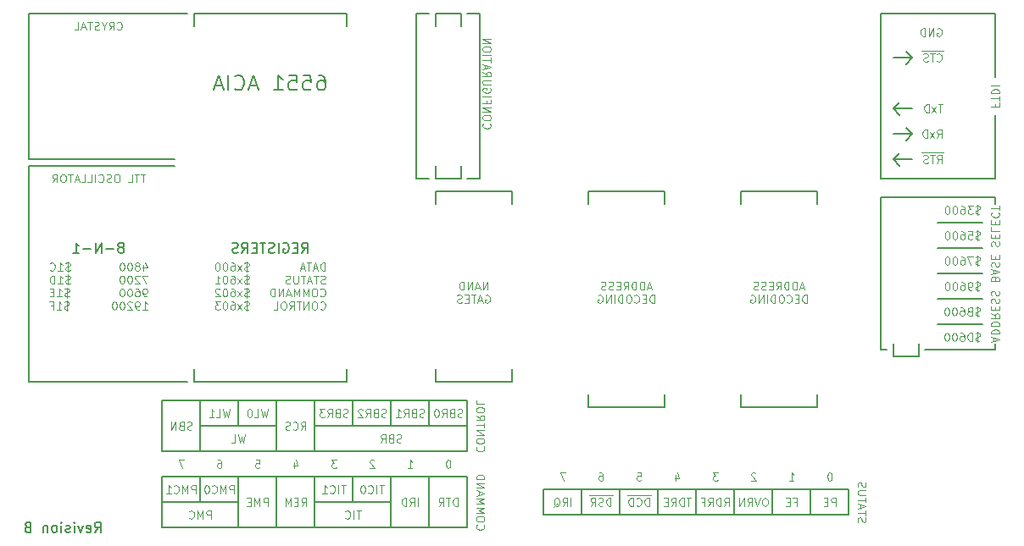
<source format=gbo>
G04 #@! TF.GenerationSoftware,KiCad,Pcbnew,(5.1.5)-3*
G04 #@! TF.CreationDate,2020-10-17T22:09:53+02:00*
G04 #@! TF.ProjectId,RC1 ACIA,52433120-4143-4494-912e-6b696361645f,rev?*
G04 #@! TF.SameCoordinates,Original*
G04 #@! TF.FileFunction,Legend,Bot*
G04 #@! TF.FilePolarity,Positive*
%FSLAX46Y46*%
G04 Gerber Fmt 4.6, Leading zero omitted, Abs format (unit mm)*
G04 Created by KiCad (PCBNEW (5.1.5)-3) date 2020-10-17 22:09:53*
%MOMM*%
%LPD*%
G04 APERTURE LIST*
%ADD10C,0.200000*%
%ADD11C,0.100000*%
%ADD12C,0.150000*%
G04 APERTURE END LIST*
D10*
X141605000Y-110490000D02*
X140335000Y-110490000D01*
X139700000Y-110490000D02*
X139700000Y-109220000D01*
X137160000Y-110490000D02*
X139700000Y-110490000D01*
X137160000Y-109220000D02*
X137160000Y-110490000D01*
D11*
X141954285Y-104984047D02*
X141916190Y-105022142D01*
X141878095Y-105136428D01*
X141878095Y-105212619D01*
X141916190Y-105326904D01*
X141992380Y-105403095D01*
X142068571Y-105441190D01*
X142220952Y-105479285D01*
X142335238Y-105479285D01*
X142487619Y-105441190D01*
X142563809Y-105403095D01*
X142640000Y-105326904D01*
X142678095Y-105212619D01*
X142678095Y-105136428D01*
X142640000Y-105022142D01*
X142601904Y-104984047D01*
X142678095Y-104488809D02*
X142678095Y-104336428D01*
X142640000Y-104260238D01*
X142563809Y-104184047D01*
X142411428Y-104145952D01*
X142144761Y-104145952D01*
X141992380Y-104184047D01*
X141916190Y-104260238D01*
X141878095Y-104336428D01*
X141878095Y-104488809D01*
X141916190Y-104565000D01*
X141992380Y-104641190D01*
X142144761Y-104679285D01*
X142411428Y-104679285D01*
X142563809Y-104641190D01*
X142640000Y-104565000D01*
X142678095Y-104488809D01*
X141878095Y-103803095D02*
X142678095Y-103803095D01*
X141878095Y-103345952D01*
X142678095Y-103345952D01*
X142297142Y-102698333D02*
X142297142Y-102965000D01*
X141878095Y-102965000D02*
X142678095Y-102965000D01*
X142678095Y-102584047D01*
X141878095Y-102279285D02*
X142678095Y-102279285D01*
X142640000Y-101479285D02*
X142678095Y-101555476D01*
X142678095Y-101669761D01*
X142640000Y-101784047D01*
X142563809Y-101860238D01*
X142487619Y-101898333D01*
X142335238Y-101936428D01*
X142220952Y-101936428D01*
X142068571Y-101898333D01*
X141992380Y-101860238D01*
X141916190Y-101784047D01*
X141878095Y-101669761D01*
X141878095Y-101593571D01*
X141916190Y-101479285D01*
X141954285Y-101441190D01*
X142220952Y-101441190D01*
X142220952Y-101593571D01*
X142678095Y-101098333D02*
X142030476Y-101098333D01*
X141954285Y-101060238D01*
X141916190Y-101022142D01*
X141878095Y-100945952D01*
X141878095Y-100793571D01*
X141916190Y-100717380D01*
X141954285Y-100679285D01*
X142030476Y-100641190D01*
X142678095Y-100641190D01*
X141878095Y-99803095D02*
X142259047Y-100069761D01*
X141878095Y-100260238D02*
X142678095Y-100260238D01*
X142678095Y-99955476D01*
X142640000Y-99879285D01*
X142601904Y-99841190D01*
X142525714Y-99803095D01*
X142411428Y-99803095D01*
X142335238Y-99841190D01*
X142297142Y-99879285D01*
X142259047Y-99955476D01*
X142259047Y-100260238D01*
X142106666Y-99498333D02*
X142106666Y-99117380D01*
X141878095Y-99574523D02*
X142678095Y-99307857D01*
X141878095Y-99041190D01*
X142678095Y-98888809D02*
X142678095Y-98431666D01*
X141878095Y-98660238D02*
X142678095Y-98660238D01*
X141878095Y-98165000D02*
X142678095Y-98165000D01*
X142678095Y-97631666D02*
X142678095Y-97479285D01*
X142640000Y-97403095D01*
X142563809Y-97326904D01*
X142411428Y-97288809D01*
X142144761Y-97288809D01*
X141992380Y-97326904D01*
X141916190Y-97403095D01*
X141878095Y-97479285D01*
X141878095Y-97631666D01*
X141916190Y-97707857D01*
X141992380Y-97784047D01*
X142144761Y-97822142D01*
X142411428Y-97822142D01*
X142563809Y-97784047D01*
X142640000Y-97707857D01*
X142678095Y-97631666D01*
X141878095Y-96945952D02*
X142678095Y-96945952D01*
X141878095Y-96488809D01*
X142678095Y-96488809D01*
D10*
X136525000Y-93980000D02*
X135255000Y-93980000D01*
X141605000Y-93980000D02*
X140335000Y-93980000D01*
X139700000Y-93980000D02*
X139700000Y-95250000D01*
X137160000Y-93980000D02*
X139700000Y-93980000D01*
X137160000Y-95250000D02*
X137160000Y-93980000D01*
X135255000Y-110490000D02*
X135255000Y-93980000D01*
X136525000Y-110490000D02*
X135255000Y-110490000D01*
X141605000Y-93980000D02*
X141605000Y-110490000D01*
X186055000Y-127635000D02*
X187325000Y-127635000D01*
X181610000Y-127635000D02*
X182245000Y-127635000D01*
X185420000Y-128270000D02*
X185420000Y-127000000D01*
X182880000Y-128270000D02*
X185420000Y-128270000D01*
X182880000Y-127000000D02*
X182880000Y-128270000D01*
D11*
X150126666Y-139896904D02*
X149593333Y-139896904D01*
X149936190Y-140696904D01*
X153517619Y-139896904D02*
X153670000Y-139896904D01*
X153746190Y-139935000D01*
X153784285Y-139973095D01*
X153860476Y-140087380D01*
X153898571Y-140239761D01*
X153898571Y-140544523D01*
X153860476Y-140620714D01*
X153822380Y-140658809D01*
X153746190Y-140696904D01*
X153593809Y-140696904D01*
X153517619Y-140658809D01*
X153479523Y-140620714D01*
X153441428Y-140544523D01*
X153441428Y-140354047D01*
X153479523Y-140277857D01*
X153517619Y-140239761D01*
X153593809Y-140201666D01*
X153746190Y-140201666D01*
X153822380Y-140239761D01*
X153860476Y-140277857D01*
X153898571Y-140354047D01*
X157289523Y-139896904D02*
X157670476Y-139896904D01*
X157708571Y-140277857D01*
X157670476Y-140239761D01*
X157594285Y-140201666D01*
X157403809Y-140201666D01*
X157327619Y-140239761D01*
X157289523Y-140277857D01*
X157251428Y-140354047D01*
X157251428Y-140544523D01*
X157289523Y-140620714D01*
X157327619Y-140658809D01*
X157403809Y-140696904D01*
X157594285Y-140696904D01*
X157670476Y-140658809D01*
X157708571Y-140620714D01*
X161137619Y-140163571D02*
X161137619Y-140696904D01*
X161328095Y-139858809D02*
X161518571Y-140430238D01*
X161023333Y-140430238D01*
X165366666Y-139896904D02*
X164871428Y-139896904D01*
X165138095Y-140201666D01*
X165023809Y-140201666D01*
X164947619Y-140239761D01*
X164909523Y-140277857D01*
X164871428Y-140354047D01*
X164871428Y-140544523D01*
X164909523Y-140620714D01*
X164947619Y-140658809D01*
X165023809Y-140696904D01*
X165252380Y-140696904D01*
X165328571Y-140658809D01*
X165366666Y-140620714D01*
X169138571Y-139973095D02*
X169100476Y-139935000D01*
X169024285Y-139896904D01*
X168833809Y-139896904D01*
X168757619Y-139935000D01*
X168719523Y-139973095D01*
X168681428Y-140049285D01*
X168681428Y-140125476D01*
X168719523Y-140239761D01*
X169176666Y-140696904D01*
X168681428Y-140696904D01*
X172491428Y-140696904D02*
X172948571Y-140696904D01*
X172720000Y-140696904D02*
X172720000Y-139896904D01*
X172796190Y-140011190D01*
X172872380Y-140087380D01*
X172948571Y-140125476D01*
X176568095Y-139896904D02*
X176491904Y-139896904D01*
X176415714Y-139935000D01*
X176377619Y-139973095D01*
X176339523Y-140049285D01*
X176301428Y-140201666D01*
X176301428Y-140392142D01*
X176339523Y-140544523D01*
X176377619Y-140620714D01*
X176415714Y-140658809D01*
X176491904Y-140696904D01*
X176568095Y-140696904D01*
X176644285Y-140658809D01*
X176682380Y-140620714D01*
X176720476Y-140544523D01*
X176758571Y-140392142D01*
X176758571Y-140201666D01*
X176720476Y-140049285D01*
X176682380Y-139973095D01*
X176644285Y-139935000D01*
X176568095Y-139896904D01*
X112026666Y-138626904D02*
X111493333Y-138626904D01*
X111836190Y-139426904D01*
X115417619Y-138626904D02*
X115570000Y-138626904D01*
X115646190Y-138665000D01*
X115684285Y-138703095D01*
X115760476Y-138817380D01*
X115798571Y-138969761D01*
X115798571Y-139274523D01*
X115760476Y-139350714D01*
X115722380Y-139388809D01*
X115646190Y-139426904D01*
X115493809Y-139426904D01*
X115417619Y-139388809D01*
X115379523Y-139350714D01*
X115341428Y-139274523D01*
X115341428Y-139084047D01*
X115379523Y-139007857D01*
X115417619Y-138969761D01*
X115493809Y-138931666D01*
X115646190Y-138931666D01*
X115722380Y-138969761D01*
X115760476Y-139007857D01*
X115798571Y-139084047D01*
X119189523Y-138626904D02*
X119570476Y-138626904D01*
X119608571Y-139007857D01*
X119570476Y-138969761D01*
X119494285Y-138931666D01*
X119303809Y-138931666D01*
X119227619Y-138969761D01*
X119189523Y-139007857D01*
X119151428Y-139084047D01*
X119151428Y-139274523D01*
X119189523Y-139350714D01*
X119227619Y-139388809D01*
X119303809Y-139426904D01*
X119494285Y-139426904D01*
X119570476Y-139388809D01*
X119608571Y-139350714D01*
X123037619Y-138893571D02*
X123037619Y-139426904D01*
X123228095Y-138588809D02*
X123418571Y-139160238D01*
X122923333Y-139160238D01*
X127266666Y-138626904D02*
X126771428Y-138626904D01*
X127038095Y-138931666D01*
X126923809Y-138931666D01*
X126847619Y-138969761D01*
X126809523Y-139007857D01*
X126771428Y-139084047D01*
X126771428Y-139274523D01*
X126809523Y-139350714D01*
X126847619Y-139388809D01*
X126923809Y-139426904D01*
X127152380Y-139426904D01*
X127228571Y-139388809D01*
X127266666Y-139350714D01*
X131038571Y-138703095D02*
X131000476Y-138665000D01*
X130924285Y-138626904D01*
X130733809Y-138626904D01*
X130657619Y-138665000D01*
X130619523Y-138703095D01*
X130581428Y-138779285D01*
X130581428Y-138855476D01*
X130619523Y-138969761D01*
X131076666Y-139426904D01*
X130581428Y-139426904D01*
X134391428Y-139426904D02*
X134848571Y-139426904D01*
X134620000Y-139426904D02*
X134620000Y-138626904D01*
X134696190Y-138741190D01*
X134772380Y-138817380D01*
X134848571Y-138855476D01*
X138468095Y-138626904D02*
X138391904Y-138626904D01*
X138315714Y-138665000D01*
X138277619Y-138703095D01*
X138239523Y-138779285D01*
X138201428Y-138931666D01*
X138201428Y-139122142D01*
X138239523Y-139274523D01*
X138277619Y-139350714D01*
X138315714Y-139388809D01*
X138391904Y-139426904D01*
X138468095Y-139426904D01*
X138544285Y-139388809D01*
X138582380Y-139350714D01*
X138620476Y-139274523D01*
X138658571Y-139122142D01*
X138658571Y-138931666D01*
X138620476Y-138779285D01*
X138582380Y-138703095D01*
X138544285Y-138665000D01*
X138468095Y-138626904D01*
X179381190Y-144855952D02*
X179343095Y-144741666D01*
X179343095Y-144551190D01*
X179381190Y-144475000D01*
X179419285Y-144436904D01*
X179495476Y-144398809D01*
X179571666Y-144398809D01*
X179647857Y-144436904D01*
X179685952Y-144475000D01*
X179724047Y-144551190D01*
X179762142Y-144703571D01*
X179800238Y-144779761D01*
X179838333Y-144817857D01*
X179914523Y-144855952D01*
X179990714Y-144855952D01*
X180066904Y-144817857D01*
X180105000Y-144779761D01*
X180143095Y-144703571D01*
X180143095Y-144513095D01*
X180105000Y-144398809D01*
X180143095Y-144170238D02*
X180143095Y-143713095D01*
X179343095Y-143941666D02*
X180143095Y-143941666D01*
X179571666Y-143484523D02*
X179571666Y-143103571D01*
X179343095Y-143560714D02*
X180143095Y-143294047D01*
X179343095Y-143027380D01*
X180143095Y-142875000D02*
X180143095Y-142417857D01*
X179343095Y-142646428D02*
X180143095Y-142646428D01*
X180143095Y-142151190D02*
X179495476Y-142151190D01*
X179419285Y-142113095D01*
X179381190Y-142075000D01*
X179343095Y-141998809D01*
X179343095Y-141846428D01*
X179381190Y-141770238D01*
X179419285Y-141732142D01*
X179495476Y-141694047D01*
X180143095Y-141694047D01*
X179381190Y-141351190D02*
X179343095Y-141236904D01*
X179343095Y-141046428D01*
X179381190Y-140970238D01*
X179419285Y-140932142D01*
X179495476Y-140894047D01*
X179571666Y-140894047D01*
X179647857Y-140932142D01*
X179685952Y-140970238D01*
X179724047Y-141046428D01*
X179762142Y-141198809D01*
X179800238Y-141275000D01*
X179838333Y-141313095D01*
X179914523Y-141351190D01*
X179990714Y-141351190D01*
X180066904Y-141313095D01*
X180105000Y-141275000D01*
X180143095Y-141198809D01*
X180143095Y-141008333D01*
X180105000Y-140894047D01*
X141319285Y-137293095D02*
X141281190Y-137331190D01*
X141243095Y-137445476D01*
X141243095Y-137521666D01*
X141281190Y-137635952D01*
X141357380Y-137712142D01*
X141433571Y-137750238D01*
X141585952Y-137788333D01*
X141700238Y-137788333D01*
X141852619Y-137750238D01*
X141928809Y-137712142D01*
X142005000Y-137635952D01*
X142043095Y-137521666D01*
X142043095Y-137445476D01*
X142005000Y-137331190D01*
X141966904Y-137293095D01*
X142043095Y-136797857D02*
X142043095Y-136645476D01*
X142005000Y-136569285D01*
X141928809Y-136493095D01*
X141776428Y-136455000D01*
X141509761Y-136455000D01*
X141357380Y-136493095D01*
X141281190Y-136569285D01*
X141243095Y-136645476D01*
X141243095Y-136797857D01*
X141281190Y-136874047D01*
X141357380Y-136950238D01*
X141509761Y-136988333D01*
X141776428Y-136988333D01*
X141928809Y-136950238D01*
X142005000Y-136874047D01*
X142043095Y-136797857D01*
X141243095Y-136112142D02*
X142043095Y-136112142D01*
X141243095Y-135655000D01*
X142043095Y-135655000D01*
X142043095Y-135388333D02*
X142043095Y-134931190D01*
X141243095Y-135159761D02*
X142043095Y-135159761D01*
X141243095Y-134207380D02*
X141624047Y-134474047D01*
X141243095Y-134664523D02*
X142043095Y-134664523D01*
X142043095Y-134359761D01*
X142005000Y-134283571D01*
X141966904Y-134245476D01*
X141890714Y-134207380D01*
X141776428Y-134207380D01*
X141700238Y-134245476D01*
X141662142Y-134283571D01*
X141624047Y-134359761D01*
X141624047Y-134664523D01*
X142043095Y-133712142D02*
X142043095Y-133559761D01*
X142005000Y-133483571D01*
X141928809Y-133407380D01*
X141776428Y-133369285D01*
X141509761Y-133369285D01*
X141357380Y-133407380D01*
X141281190Y-133483571D01*
X141243095Y-133559761D01*
X141243095Y-133712142D01*
X141281190Y-133788333D01*
X141357380Y-133864523D01*
X141509761Y-133902619D01*
X141776428Y-133902619D01*
X141928809Y-133864523D01*
X142005000Y-133788333D01*
X142043095Y-133712142D01*
X141243095Y-132645476D02*
X141243095Y-133026428D01*
X142043095Y-133026428D01*
X141319285Y-145122619D02*
X141281190Y-145160714D01*
X141243095Y-145275000D01*
X141243095Y-145351190D01*
X141281190Y-145465476D01*
X141357380Y-145541666D01*
X141433571Y-145579761D01*
X141585952Y-145617857D01*
X141700238Y-145617857D01*
X141852619Y-145579761D01*
X141928809Y-145541666D01*
X142005000Y-145465476D01*
X142043095Y-145351190D01*
X142043095Y-145275000D01*
X142005000Y-145160714D01*
X141966904Y-145122619D01*
X142043095Y-144627380D02*
X142043095Y-144475000D01*
X142005000Y-144398809D01*
X141928809Y-144322619D01*
X141776428Y-144284523D01*
X141509761Y-144284523D01*
X141357380Y-144322619D01*
X141281190Y-144398809D01*
X141243095Y-144475000D01*
X141243095Y-144627380D01*
X141281190Y-144703571D01*
X141357380Y-144779761D01*
X141509761Y-144817857D01*
X141776428Y-144817857D01*
X141928809Y-144779761D01*
X142005000Y-144703571D01*
X142043095Y-144627380D01*
X141243095Y-143941666D02*
X142043095Y-143941666D01*
X141471666Y-143675000D01*
X142043095Y-143408333D01*
X141243095Y-143408333D01*
X141243095Y-143027380D02*
X142043095Y-143027380D01*
X141471666Y-142760714D01*
X142043095Y-142494047D01*
X141243095Y-142494047D01*
X141471666Y-142151190D02*
X141471666Y-141770238D01*
X141243095Y-142227380D02*
X142043095Y-141960714D01*
X141243095Y-141694047D01*
X141243095Y-141427380D02*
X142043095Y-141427380D01*
X141243095Y-140970238D01*
X142043095Y-140970238D01*
X141243095Y-140589285D02*
X142043095Y-140589285D01*
X142043095Y-140398809D01*
X142005000Y-140284523D01*
X141928809Y-140208333D01*
X141852619Y-140170238D01*
X141700238Y-140132142D01*
X141585952Y-140132142D01*
X141433571Y-140170238D01*
X141357380Y-140208333D01*
X141281190Y-140284523D01*
X141243095Y-140398809D01*
X141243095Y-140589285D01*
X139344285Y-143236904D02*
X139344285Y-142436904D01*
X139153809Y-142436904D01*
X139039523Y-142475000D01*
X138963333Y-142551190D01*
X138925238Y-142627380D01*
X138887142Y-142779761D01*
X138887142Y-142894047D01*
X138925238Y-143046428D01*
X138963333Y-143122619D01*
X139039523Y-143198809D01*
X139153809Y-143236904D01*
X139344285Y-143236904D01*
X138658571Y-142436904D02*
X138201428Y-142436904D01*
X138430000Y-143236904D02*
X138430000Y-142436904D01*
X137477619Y-143236904D02*
X137744285Y-142855952D01*
X137934761Y-143236904D02*
X137934761Y-142436904D01*
X137630000Y-142436904D01*
X137553809Y-142475000D01*
X137515714Y-142513095D01*
X137477619Y-142589285D01*
X137477619Y-142703571D01*
X137515714Y-142779761D01*
X137553809Y-142817857D01*
X137630000Y-142855952D01*
X137934761Y-142855952D01*
X135420000Y-143236904D02*
X135420000Y-142436904D01*
X134581904Y-143236904D02*
X134848571Y-142855952D01*
X135039047Y-143236904D02*
X135039047Y-142436904D01*
X134734285Y-142436904D01*
X134658095Y-142475000D01*
X134620000Y-142513095D01*
X134581904Y-142589285D01*
X134581904Y-142703571D01*
X134620000Y-142779761D01*
X134658095Y-142817857D01*
X134734285Y-142855952D01*
X135039047Y-142855952D01*
X134239047Y-143236904D02*
X134239047Y-142436904D01*
X134048571Y-142436904D01*
X133934285Y-142475000D01*
X133858095Y-142551190D01*
X133820000Y-142627380D01*
X133781904Y-142779761D01*
X133781904Y-142894047D01*
X133820000Y-143046428D01*
X133858095Y-143122619D01*
X133934285Y-143198809D01*
X134048571Y-143236904D01*
X134239047Y-143236904D01*
X128200000Y-141166904D02*
X127742857Y-141166904D01*
X127971428Y-141966904D02*
X127971428Y-141166904D01*
X127476190Y-141966904D02*
X127476190Y-141166904D01*
X126638095Y-141890714D02*
X126676190Y-141928809D01*
X126790476Y-141966904D01*
X126866666Y-141966904D01*
X126980952Y-141928809D01*
X127057142Y-141852619D01*
X127095238Y-141776428D01*
X127133333Y-141624047D01*
X127133333Y-141509761D01*
X127095238Y-141357380D01*
X127057142Y-141281190D01*
X126980952Y-141205000D01*
X126866666Y-141166904D01*
X126790476Y-141166904D01*
X126676190Y-141205000D01*
X126638095Y-141243095D01*
X125876190Y-141966904D02*
X126333333Y-141966904D01*
X126104761Y-141966904D02*
X126104761Y-141166904D01*
X126180952Y-141281190D01*
X126257142Y-141357380D01*
X126333333Y-141395476D01*
X132010000Y-141166904D02*
X131552857Y-141166904D01*
X131781428Y-141966904D02*
X131781428Y-141166904D01*
X131286190Y-141966904D02*
X131286190Y-141166904D01*
X130448095Y-141890714D02*
X130486190Y-141928809D01*
X130600476Y-141966904D01*
X130676666Y-141966904D01*
X130790952Y-141928809D01*
X130867142Y-141852619D01*
X130905238Y-141776428D01*
X130943333Y-141624047D01*
X130943333Y-141509761D01*
X130905238Y-141357380D01*
X130867142Y-141281190D01*
X130790952Y-141205000D01*
X130676666Y-141166904D01*
X130600476Y-141166904D01*
X130486190Y-141205000D01*
X130448095Y-141243095D01*
X129952857Y-141166904D02*
X129876666Y-141166904D01*
X129800476Y-141205000D01*
X129762380Y-141243095D01*
X129724285Y-141319285D01*
X129686190Y-141471666D01*
X129686190Y-141662142D01*
X129724285Y-141814523D01*
X129762380Y-141890714D01*
X129800476Y-141928809D01*
X129876666Y-141966904D01*
X129952857Y-141966904D01*
X130029047Y-141928809D01*
X130067142Y-141890714D01*
X130105238Y-141814523D01*
X130143333Y-141662142D01*
X130143333Y-141471666D01*
X130105238Y-141319285D01*
X130067142Y-141243095D01*
X130029047Y-141205000D01*
X129952857Y-141166904D01*
X129724047Y-143706904D02*
X129266904Y-143706904D01*
X129495476Y-144506904D02*
X129495476Y-143706904D01*
X129000238Y-144506904D02*
X129000238Y-143706904D01*
X128162142Y-144430714D02*
X128200238Y-144468809D01*
X128314523Y-144506904D01*
X128390714Y-144506904D01*
X128505000Y-144468809D01*
X128581190Y-144392619D01*
X128619285Y-144316428D01*
X128657380Y-144164047D01*
X128657380Y-144049761D01*
X128619285Y-143897380D01*
X128581190Y-143821190D01*
X128505000Y-143745000D01*
X128390714Y-143706904D01*
X128314523Y-143706904D01*
X128200238Y-143745000D01*
X128162142Y-143783095D01*
X123761428Y-143236904D02*
X124028095Y-142855952D01*
X124218571Y-143236904D02*
X124218571Y-142436904D01*
X123913809Y-142436904D01*
X123837619Y-142475000D01*
X123799523Y-142513095D01*
X123761428Y-142589285D01*
X123761428Y-142703571D01*
X123799523Y-142779761D01*
X123837619Y-142817857D01*
X123913809Y-142855952D01*
X124218571Y-142855952D01*
X123418571Y-142817857D02*
X123151904Y-142817857D01*
X123037619Y-143236904D02*
X123418571Y-143236904D01*
X123418571Y-142436904D01*
X123037619Y-142436904D01*
X122694761Y-143236904D02*
X122694761Y-142436904D01*
X122428095Y-143008333D01*
X122161428Y-142436904D01*
X122161428Y-143236904D01*
X120408571Y-143236904D02*
X120408571Y-142436904D01*
X120103809Y-142436904D01*
X120027619Y-142475000D01*
X119989523Y-142513095D01*
X119951428Y-142589285D01*
X119951428Y-142703571D01*
X119989523Y-142779761D01*
X120027619Y-142817857D01*
X120103809Y-142855952D01*
X120408571Y-142855952D01*
X119608571Y-143236904D02*
X119608571Y-142436904D01*
X119341904Y-143008333D01*
X119075238Y-142436904D01*
X119075238Y-143236904D01*
X118694285Y-142817857D02*
X118427619Y-142817857D01*
X118313333Y-143236904D02*
X118694285Y-143236904D01*
X118694285Y-142436904D01*
X118313333Y-142436904D01*
X113207619Y-141966904D02*
X113207619Y-141166904D01*
X112902857Y-141166904D01*
X112826666Y-141205000D01*
X112788571Y-141243095D01*
X112750476Y-141319285D01*
X112750476Y-141433571D01*
X112788571Y-141509761D01*
X112826666Y-141547857D01*
X112902857Y-141585952D01*
X113207619Y-141585952D01*
X112407619Y-141966904D02*
X112407619Y-141166904D01*
X112140952Y-141738333D01*
X111874285Y-141166904D01*
X111874285Y-141966904D01*
X111036190Y-141890714D02*
X111074285Y-141928809D01*
X111188571Y-141966904D01*
X111264761Y-141966904D01*
X111379047Y-141928809D01*
X111455238Y-141852619D01*
X111493333Y-141776428D01*
X111531428Y-141624047D01*
X111531428Y-141509761D01*
X111493333Y-141357380D01*
X111455238Y-141281190D01*
X111379047Y-141205000D01*
X111264761Y-141166904D01*
X111188571Y-141166904D01*
X111074285Y-141205000D01*
X111036190Y-141243095D01*
X110274285Y-141966904D02*
X110731428Y-141966904D01*
X110502857Y-141966904D02*
X110502857Y-141166904D01*
X110579047Y-141281190D01*
X110655238Y-141357380D01*
X110731428Y-141395476D01*
X117017619Y-141966904D02*
X117017619Y-141166904D01*
X116712857Y-141166904D01*
X116636666Y-141205000D01*
X116598571Y-141243095D01*
X116560476Y-141319285D01*
X116560476Y-141433571D01*
X116598571Y-141509761D01*
X116636666Y-141547857D01*
X116712857Y-141585952D01*
X117017619Y-141585952D01*
X116217619Y-141966904D02*
X116217619Y-141166904D01*
X115950952Y-141738333D01*
X115684285Y-141166904D01*
X115684285Y-141966904D01*
X114846190Y-141890714D02*
X114884285Y-141928809D01*
X114998571Y-141966904D01*
X115074761Y-141966904D01*
X115189047Y-141928809D01*
X115265238Y-141852619D01*
X115303333Y-141776428D01*
X115341428Y-141624047D01*
X115341428Y-141509761D01*
X115303333Y-141357380D01*
X115265238Y-141281190D01*
X115189047Y-141205000D01*
X115074761Y-141166904D01*
X114998571Y-141166904D01*
X114884285Y-141205000D01*
X114846190Y-141243095D01*
X114350952Y-141166904D02*
X114274761Y-141166904D01*
X114198571Y-141205000D01*
X114160476Y-141243095D01*
X114122380Y-141319285D01*
X114084285Y-141471666D01*
X114084285Y-141662142D01*
X114122380Y-141814523D01*
X114160476Y-141890714D01*
X114198571Y-141928809D01*
X114274761Y-141966904D01*
X114350952Y-141966904D01*
X114427142Y-141928809D01*
X114465238Y-141890714D01*
X114503333Y-141814523D01*
X114541428Y-141662142D01*
X114541428Y-141471666D01*
X114503333Y-141319285D01*
X114465238Y-141243095D01*
X114427142Y-141205000D01*
X114350952Y-141166904D01*
X114731666Y-144506904D02*
X114731666Y-143706904D01*
X114426904Y-143706904D01*
X114350714Y-143745000D01*
X114312619Y-143783095D01*
X114274523Y-143859285D01*
X114274523Y-143973571D01*
X114312619Y-144049761D01*
X114350714Y-144087857D01*
X114426904Y-144125952D01*
X114731666Y-144125952D01*
X113931666Y-144506904D02*
X113931666Y-143706904D01*
X113665000Y-144278333D01*
X113398333Y-143706904D01*
X113398333Y-144506904D01*
X112560238Y-144430714D02*
X112598333Y-144468809D01*
X112712619Y-144506904D01*
X112788809Y-144506904D01*
X112903095Y-144468809D01*
X112979285Y-144392619D01*
X113017380Y-144316428D01*
X113055476Y-144164047D01*
X113055476Y-144049761D01*
X113017380Y-143897380D01*
X112979285Y-143821190D01*
X112903095Y-143745000D01*
X112788809Y-143706904D01*
X112712619Y-143706904D01*
X112598333Y-143745000D01*
X112560238Y-143783095D01*
D10*
X113665000Y-142875000D02*
X113665000Y-140335000D01*
X109855000Y-142875000D02*
X117475000Y-142875000D01*
X117475000Y-145415000D02*
X117475000Y-140335000D01*
X121285000Y-145415000D02*
X121285000Y-140335000D01*
X128905000Y-142875000D02*
X128905000Y-140335000D01*
X125095000Y-142875000D02*
X132715000Y-142875000D01*
X125095000Y-145415000D02*
X125095000Y-140335000D01*
X132715000Y-145415000D02*
X132715000Y-140335000D01*
X136525000Y-145415000D02*
X136525000Y-140335000D01*
X174625000Y-144145000D02*
X174625000Y-141605000D01*
X170815000Y-144145000D02*
X170815000Y-141605000D01*
X167005000Y-144145000D02*
X167005000Y-141605000D01*
X163195000Y-144145000D02*
X163195000Y-141605000D01*
X159385000Y-144145000D02*
X159385000Y-141605000D01*
X155575000Y-144145000D02*
X155575000Y-141605000D01*
X151765000Y-144145000D02*
X151765000Y-141605000D01*
X109855000Y-140335000D02*
X109855000Y-145415000D01*
X140335000Y-140335000D02*
X109855000Y-140335000D01*
X140335000Y-145415000D02*
X140335000Y-140335000D01*
X109855000Y-145415000D02*
X140335000Y-145415000D01*
D11*
X150679047Y-143236904D02*
X150679047Y-142436904D01*
X149840952Y-143236904D02*
X150107619Y-142855952D01*
X150298095Y-143236904D02*
X150298095Y-142436904D01*
X149993333Y-142436904D01*
X149917142Y-142475000D01*
X149879047Y-142513095D01*
X149840952Y-142589285D01*
X149840952Y-142703571D01*
X149879047Y-142779761D01*
X149917142Y-142817857D01*
X149993333Y-142855952D01*
X150298095Y-142855952D01*
X148964761Y-143313095D02*
X149040952Y-143275000D01*
X149117142Y-143198809D01*
X149231428Y-143084523D01*
X149307619Y-143046428D01*
X149383809Y-143046428D01*
X149345714Y-143236904D02*
X149421904Y-143198809D01*
X149498095Y-143122619D01*
X149536190Y-142970238D01*
X149536190Y-142703571D01*
X149498095Y-142551190D01*
X149421904Y-142475000D01*
X149345714Y-142436904D01*
X149193333Y-142436904D01*
X149117142Y-142475000D01*
X149040952Y-142551190D01*
X149002857Y-142703571D01*
X149002857Y-142970238D01*
X149040952Y-143122619D01*
X149117142Y-143198809D01*
X149193333Y-143236904D01*
X149345714Y-143236904D01*
X154850952Y-142169000D02*
X154050952Y-142169000D01*
X154660476Y-143236904D02*
X154660476Y-142436904D01*
X154470000Y-142436904D01*
X154355714Y-142475000D01*
X154279523Y-142551190D01*
X154241428Y-142627380D01*
X154203333Y-142779761D01*
X154203333Y-142894047D01*
X154241428Y-143046428D01*
X154279523Y-143122619D01*
X154355714Y-143198809D01*
X154470000Y-143236904D01*
X154660476Y-143236904D01*
X154050952Y-142169000D02*
X153289047Y-142169000D01*
X153898571Y-143198809D02*
X153784285Y-143236904D01*
X153593809Y-143236904D01*
X153517619Y-143198809D01*
X153479523Y-143160714D01*
X153441428Y-143084523D01*
X153441428Y-143008333D01*
X153479523Y-142932142D01*
X153517619Y-142894047D01*
X153593809Y-142855952D01*
X153746190Y-142817857D01*
X153822380Y-142779761D01*
X153860476Y-142741666D01*
X153898571Y-142665476D01*
X153898571Y-142589285D01*
X153860476Y-142513095D01*
X153822380Y-142475000D01*
X153746190Y-142436904D01*
X153555714Y-142436904D01*
X153441428Y-142475000D01*
X153289047Y-142169000D02*
X152489047Y-142169000D01*
X152641428Y-143236904D02*
X152908095Y-142855952D01*
X153098571Y-143236904D02*
X153098571Y-142436904D01*
X152793809Y-142436904D01*
X152717619Y-142475000D01*
X152679523Y-142513095D01*
X152641428Y-142589285D01*
X152641428Y-142703571D01*
X152679523Y-142779761D01*
X152717619Y-142817857D01*
X152793809Y-142855952D01*
X153098571Y-142855952D01*
X158680000Y-142169000D02*
X157880000Y-142169000D01*
X158489523Y-143236904D02*
X158489523Y-142436904D01*
X158299047Y-142436904D01*
X158184761Y-142475000D01*
X158108571Y-142551190D01*
X158070476Y-142627380D01*
X158032380Y-142779761D01*
X158032380Y-142894047D01*
X158070476Y-143046428D01*
X158108571Y-143122619D01*
X158184761Y-143198809D01*
X158299047Y-143236904D01*
X158489523Y-143236904D01*
X157880000Y-142169000D02*
X157080000Y-142169000D01*
X157232380Y-143160714D02*
X157270476Y-143198809D01*
X157384761Y-143236904D01*
X157460952Y-143236904D01*
X157575238Y-143198809D01*
X157651428Y-143122619D01*
X157689523Y-143046428D01*
X157727619Y-142894047D01*
X157727619Y-142779761D01*
X157689523Y-142627380D01*
X157651428Y-142551190D01*
X157575238Y-142475000D01*
X157460952Y-142436904D01*
X157384761Y-142436904D01*
X157270476Y-142475000D01*
X157232380Y-142513095D01*
X157080000Y-142169000D02*
X156280000Y-142169000D01*
X156889523Y-143236904D02*
X156889523Y-142436904D01*
X156699047Y-142436904D01*
X156584761Y-142475000D01*
X156508571Y-142551190D01*
X156470476Y-142627380D01*
X156432380Y-142779761D01*
X156432380Y-142894047D01*
X156470476Y-143046428D01*
X156508571Y-143122619D01*
X156584761Y-143198809D01*
X156699047Y-143236904D01*
X156889523Y-143236904D01*
X162680476Y-142436904D02*
X162223333Y-142436904D01*
X162451904Y-143236904D02*
X162451904Y-142436904D01*
X161956666Y-143236904D02*
X161956666Y-142436904D01*
X161766190Y-142436904D01*
X161651904Y-142475000D01*
X161575714Y-142551190D01*
X161537619Y-142627380D01*
X161499523Y-142779761D01*
X161499523Y-142894047D01*
X161537619Y-143046428D01*
X161575714Y-143122619D01*
X161651904Y-143198809D01*
X161766190Y-143236904D01*
X161956666Y-143236904D01*
X160699523Y-143236904D02*
X160966190Y-142855952D01*
X161156666Y-143236904D02*
X161156666Y-142436904D01*
X160851904Y-142436904D01*
X160775714Y-142475000D01*
X160737619Y-142513095D01*
X160699523Y-142589285D01*
X160699523Y-142703571D01*
X160737619Y-142779761D01*
X160775714Y-142817857D01*
X160851904Y-142855952D01*
X161156666Y-142855952D01*
X160356666Y-142817857D02*
X160090000Y-142817857D01*
X159975714Y-143236904D02*
X160356666Y-143236904D01*
X160356666Y-142436904D01*
X159975714Y-142436904D01*
X165995238Y-143236904D02*
X166261904Y-142855952D01*
X166452380Y-143236904D02*
X166452380Y-142436904D01*
X166147619Y-142436904D01*
X166071428Y-142475000D01*
X166033333Y-142513095D01*
X165995238Y-142589285D01*
X165995238Y-142703571D01*
X166033333Y-142779761D01*
X166071428Y-142817857D01*
X166147619Y-142855952D01*
X166452380Y-142855952D01*
X165652380Y-143236904D02*
X165652380Y-142436904D01*
X165461904Y-142436904D01*
X165347619Y-142475000D01*
X165271428Y-142551190D01*
X165233333Y-142627380D01*
X165195238Y-142779761D01*
X165195238Y-142894047D01*
X165233333Y-143046428D01*
X165271428Y-143122619D01*
X165347619Y-143198809D01*
X165461904Y-143236904D01*
X165652380Y-143236904D01*
X164395238Y-143236904D02*
X164661904Y-142855952D01*
X164852380Y-143236904D02*
X164852380Y-142436904D01*
X164547619Y-142436904D01*
X164471428Y-142475000D01*
X164433333Y-142513095D01*
X164395238Y-142589285D01*
X164395238Y-142703571D01*
X164433333Y-142779761D01*
X164471428Y-142817857D01*
X164547619Y-142855952D01*
X164852380Y-142855952D01*
X163785714Y-142817857D02*
X164052380Y-142817857D01*
X164052380Y-143236904D02*
X164052380Y-142436904D01*
X163671428Y-142436904D01*
X170148095Y-142436904D02*
X169995714Y-142436904D01*
X169919523Y-142475000D01*
X169843333Y-142551190D01*
X169805238Y-142703571D01*
X169805238Y-142970238D01*
X169843333Y-143122619D01*
X169919523Y-143198809D01*
X169995714Y-143236904D01*
X170148095Y-143236904D01*
X170224285Y-143198809D01*
X170300476Y-143122619D01*
X170338571Y-142970238D01*
X170338571Y-142703571D01*
X170300476Y-142551190D01*
X170224285Y-142475000D01*
X170148095Y-142436904D01*
X169576666Y-142436904D02*
X169310000Y-143236904D01*
X169043333Y-142436904D01*
X168319523Y-143236904D02*
X168586190Y-142855952D01*
X168776666Y-143236904D02*
X168776666Y-142436904D01*
X168471904Y-142436904D01*
X168395714Y-142475000D01*
X168357619Y-142513095D01*
X168319523Y-142589285D01*
X168319523Y-142703571D01*
X168357619Y-142779761D01*
X168395714Y-142817857D01*
X168471904Y-142855952D01*
X168776666Y-142855952D01*
X167976666Y-143236904D02*
X167976666Y-142436904D01*
X167519523Y-143236904D01*
X167519523Y-142436904D01*
X172967619Y-142817857D02*
X173234285Y-142817857D01*
X173234285Y-143236904D02*
X173234285Y-142436904D01*
X172853333Y-142436904D01*
X172548571Y-142817857D02*
X172281904Y-142817857D01*
X172167619Y-143236904D02*
X172548571Y-143236904D01*
X172548571Y-142436904D01*
X172167619Y-142436904D01*
X177101428Y-143236904D02*
X177101428Y-142436904D01*
X176796666Y-142436904D01*
X176720476Y-142475000D01*
X176682380Y-142513095D01*
X176644285Y-142589285D01*
X176644285Y-142703571D01*
X176682380Y-142779761D01*
X176720476Y-142817857D01*
X176796666Y-142855952D01*
X177101428Y-142855952D01*
X176301428Y-142817857D02*
X176034761Y-142817857D01*
X175920476Y-143236904D02*
X176301428Y-143236904D01*
X176301428Y-142436904D01*
X175920476Y-142436904D01*
D10*
X178435000Y-141605000D02*
X178435000Y-144145000D01*
X147955000Y-141605000D02*
X178435000Y-141605000D01*
X147955000Y-144145000D02*
X147955000Y-141605000D01*
X178435000Y-144145000D02*
X147955000Y-144145000D01*
X113665000Y-137795000D02*
X109855000Y-137795000D01*
X109855000Y-132715000D02*
X113665000Y-132715000D01*
X109855000Y-137795000D02*
X109855000Y-132715000D01*
X113665000Y-137795000D02*
X113665000Y-135255000D01*
X121285000Y-137795000D02*
X113665000Y-137795000D01*
X113665000Y-132715000D02*
X117475000Y-132715000D01*
X113665000Y-135255000D02*
X113665000Y-132715000D01*
X117475000Y-135255000D02*
X113665000Y-135255000D01*
X117475000Y-135255000D02*
X117475000Y-132715000D01*
X121285000Y-135255000D02*
X117475000Y-135255000D01*
X117475000Y-132715000D02*
X121285000Y-132715000D01*
X125095000Y-137795000D02*
X121285000Y-137795000D01*
X121285000Y-132715000D02*
X125095000Y-132715000D01*
X121285000Y-137795000D02*
X121285000Y-132715000D01*
X125095000Y-137795000D02*
X125095000Y-135255000D01*
X140335000Y-137795000D02*
X125095000Y-137795000D01*
X140335000Y-135255000D02*
X140335000Y-137795000D01*
D11*
X133743571Y-136848809D02*
X133629285Y-136886904D01*
X133438809Y-136886904D01*
X133362619Y-136848809D01*
X133324523Y-136810714D01*
X133286428Y-136734523D01*
X133286428Y-136658333D01*
X133324523Y-136582142D01*
X133362619Y-136544047D01*
X133438809Y-136505952D01*
X133591190Y-136467857D01*
X133667380Y-136429761D01*
X133705476Y-136391666D01*
X133743571Y-136315476D01*
X133743571Y-136239285D01*
X133705476Y-136163095D01*
X133667380Y-136125000D01*
X133591190Y-136086904D01*
X133400714Y-136086904D01*
X133286428Y-136125000D01*
X132676904Y-136467857D02*
X132562619Y-136505952D01*
X132524523Y-136544047D01*
X132486428Y-136620238D01*
X132486428Y-136734523D01*
X132524523Y-136810714D01*
X132562619Y-136848809D01*
X132638809Y-136886904D01*
X132943571Y-136886904D01*
X132943571Y-136086904D01*
X132676904Y-136086904D01*
X132600714Y-136125000D01*
X132562619Y-136163095D01*
X132524523Y-136239285D01*
X132524523Y-136315476D01*
X132562619Y-136391666D01*
X132600714Y-136429761D01*
X132676904Y-136467857D01*
X132943571Y-136467857D01*
X131686428Y-136886904D02*
X131953095Y-136505952D01*
X132143571Y-136886904D02*
X132143571Y-136086904D01*
X131838809Y-136086904D01*
X131762619Y-136125000D01*
X131724523Y-136163095D01*
X131686428Y-136239285D01*
X131686428Y-136353571D01*
X131724523Y-136429761D01*
X131762619Y-136467857D01*
X131838809Y-136505952D01*
X132143571Y-136505952D01*
D10*
X128905000Y-135255000D02*
X128905000Y-132715000D01*
X132715000Y-135255000D02*
X132715000Y-132715000D01*
X136525000Y-132715000D02*
X136525000Y-135255000D01*
X125095000Y-132715000D02*
X125095000Y-135255000D01*
X140335000Y-132715000D02*
X125095000Y-132715000D01*
X140335000Y-135255000D02*
X140335000Y-132715000D01*
X125095000Y-135255000D02*
X140335000Y-135255000D01*
D11*
X139839523Y-134308809D02*
X139725238Y-134346904D01*
X139534761Y-134346904D01*
X139458571Y-134308809D01*
X139420476Y-134270714D01*
X139382380Y-134194523D01*
X139382380Y-134118333D01*
X139420476Y-134042142D01*
X139458571Y-134004047D01*
X139534761Y-133965952D01*
X139687142Y-133927857D01*
X139763333Y-133889761D01*
X139801428Y-133851666D01*
X139839523Y-133775476D01*
X139839523Y-133699285D01*
X139801428Y-133623095D01*
X139763333Y-133585000D01*
X139687142Y-133546904D01*
X139496666Y-133546904D01*
X139382380Y-133585000D01*
X138772857Y-133927857D02*
X138658571Y-133965952D01*
X138620476Y-134004047D01*
X138582380Y-134080238D01*
X138582380Y-134194523D01*
X138620476Y-134270714D01*
X138658571Y-134308809D01*
X138734761Y-134346904D01*
X139039523Y-134346904D01*
X139039523Y-133546904D01*
X138772857Y-133546904D01*
X138696666Y-133585000D01*
X138658571Y-133623095D01*
X138620476Y-133699285D01*
X138620476Y-133775476D01*
X138658571Y-133851666D01*
X138696666Y-133889761D01*
X138772857Y-133927857D01*
X139039523Y-133927857D01*
X137782380Y-134346904D02*
X138049047Y-133965952D01*
X138239523Y-134346904D02*
X138239523Y-133546904D01*
X137934761Y-133546904D01*
X137858571Y-133585000D01*
X137820476Y-133623095D01*
X137782380Y-133699285D01*
X137782380Y-133813571D01*
X137820476Y-133889761D01*
X137858571Y-133927857D01*
X137934761Y-133965952D01*
X138239523Y-133965952D01*
X137287142Y-133546904D02*
X137210952Y-133546904D01*
X137134761Y-133585000D01*
X137096666Y-133623095D01*
X137058571Y-133699285D01*
X137020476Y-133851666D01*
X137020476Y-134042142D01*
X137058571Y-134194523D01*
X137096666Y-134270714D01*
X137134761Y-134308809D01*
X137210952Y-134346904D01*
X137287142Y-134346904D01*
X137363333Y-134308809D01*
X137401428Y-134270714D01*
X137439523Y-134194523D01*
X137477619Y-134042142D01*
X137477619Y-133851666D01*
X137439523Y-133699285D01*
X137401428Y-133623095D01*
X137363333Y-133585000D01*
X137287142Y-133546904D01*
X136029523Y-134308809D02*
X135915238Y-134346904D01*
X135724761Y-134346904D01*
X135648571Y-134308809D01*
X135610476Y-134270714D01*
X135572380Y-134194523D01*
X135572380Y-134118333D01*
X135610476Y-134042142D01*
X135648571Y-134004047D01*
X135724761Y-133965952D01*
X135877142Y-133927857D01*
X135953333Y-133889761D01*
X135991428Y-133851666D01*
X136029523Y-133775476D01*
X136029523Y-133699285D01*
X135991428Y-133623095D01*
X135953333Y-133585000D01*
X135877142Y-133546904D01*
X135686666Y-133546904D01*
X135572380Y-133585000D01*
X134962857Y-133927857D02*
X134848571Y-133965952D01*
X134810476Y-134004047D01*
X134772380Y-134080238D01*
X134772380Y-134194523D01*
X134810476Y-134270714D01*
X134848571Y-134308809D01*
X134924761Y-134346904D01*
X135229523Y-134346904D01*
X135229523Y-133546904D01*
X134962857Y-133546904D01*
X134886666Y-133585000D01*
X134848571Y-133623095D01*
X134810476Y-133699285D01*
X134810476Y-133775476D01*
X134848571Y-133851666D01*
X134886666Y-133889761D01*
X134962857Y-133927857D01*
X135229523Y-133927857D01*
X133972380Y-134346904D02*
X134239047Y-133965952D01*
X134429523Y-134346904D02*
X134429523Y-133546904D01*
X134124761Y-133546904D01*
X134048571Y-133585000D01*
X134010476Y-133623095D01*
X133972380Y-133699285D01*
X133972380Y-133813571D01*
X134010476Y-133889761D01*
X134048571Y-133927857D01*
X134124761Y-133965952D01*
X134429523Y-133965952D01*
X133210476Y-134346904D02*
X133667619Y-134346904D01*
X133439047Y-134346904D02*
X133439047Y-133546904D01*
X133515238Y-133661190D01*
X133591428Y-133737380D01*
X133667619Y-133775476D01*
X132219523Y-134308809D02*
X132105238Y-134346904D01*
X131914761Y-134346904D01*
X131838571Y-134308809D01*
X131800476Y-134270714D01*
X131762380Y-134194523D01*
X131762380Y-134118333D01*
X131800476Y-134042142D01*
X131838571Y-134004047D01*
X131914761Y-133965952D01*
X132067142Y-133927857D01*
X132143333Y-133889761D01*
X132181428Y-133851666D01*
X132219523Y-133775476D01*
X132219523Y-133699285D01*
X132181428Y-133623095D01*
X132143333Y-133585000D01*
X132067142Y-133546904D01*
X131876666Y-133546904D01*
X131762380Y-133585000D01*
X131152857Y-133927857D02*
X131038571Y-133965952D01*
X131000476Y-134004047D01*
X130962380Y-134080238D01*
X130962380Y-134194523D01*
X131000476Y-134270714D01*
X131038571Y-134308809D01*
X131114761Y-134346904D01*
X131419523Y-134346904D01*
X131419523Y-133546904D01*
X131152857Y-133546904D01*
X131076666Y-133585000D01*
X131038571Y-133623095D01*
X131000476Y-133699285D01*
X131000476Y-133775476D01*
X131038571Y-133851666D01*
X131076666Y-133889761D01*
X131152857Y-133927857D01*
X131419523Y-133927857D01*
X130162380Y-134346904D02*
X130429047Y-133965952D01*
X130619523Y-134346904D02*
X130619523Y-133546904D01*
X130314761Y-133546904D01*
X130238571Y-133585000D01*
X130200476Y-133623095D01*
X130162380Y-133699285D01*
X130162380Y-133813571D01*
X130200476Y-133889761D01*
X130238571Y-133927857D01*
X130314761Y-133965952D01*
X130619523Y-133965952D01*
X129857619Y-133623095D02*
X129819523Y-133585000D01*
X129743333Y-133546904D01*
X129552857Y-133546904D01*
X129476666Y-133585000D01*
X129438571Y-133623095D01*
X129400476Y-133699285D01*
X129400476Y-133775476D01*
X129438571Y-133889761D01*
X129895714Y-134346904D01*
X129400476Y-134346904D01*
X128409523Y-134308809D02*
X128295238Y-134346904D01*
X128104761Y-134346904D01*
X128028571Y-134308809D01*
X127990476Y-134270714D01*
X127952380Y-134194523D01*
X127952380Y-134118333D01*
X127990476Y-134042142D01*
X128028571Y-134004047D01*
X128104761Y-133965952D01*
X128257142Y-133927857D01*
X128333333Y-133889761D01*
X128371428Y-133851666D01*
X128409523Y-133775476D01*
X128409523Y-133699285D01*
X128371428Y-133623095D01*
X128333333Y-133585000D01*
X128257142Y-133546904D01*
X128066666Y-133546904D01*
X127952380Y-133585000D01*
X127342857Y-133927857D02*
X127228571Y-133965952D01*
X127190476Y-134004047D01*
X127152380Y-134080238D01*
X127152380Y-134194523D01*
X127190476Y-134270714D01*
X127228571Y-134308809D01*
X127304761Y-134346904D01*
X127609523Y-134346904D01*
X127609523Y-133546904D01*
X127342857Y-133546904D01*
X127266666Y-133585000D01*
X127228571Y-133623095D01*
X127190476Y-133699285D01*
X127190476Y-133775476D01*
X127228571Y-133851666D01*
X127266666Y-133889761D01*
X127342857Y-133927857D01*
X127609523Y-133927857D01*
X126352380Y-134346904D02*
X126619047Y-133965952D01*
X126809523Y-134346904D02*
X126809523Y-133546904D01*
X126504761Y-133546904D01*
X126428571Y-133585000D01*
X126390476Y-133623095D01*
X126352380Y-133699285D01*
X126352380Y-133813571D01*
X126390476Y-133889761D01*
X126428571Y-133927857D01*
X126504761Y-133965952D01*
X126809523Y-133965952D01*
X126085714Y-133546904D02*
X125590476Y-133546904D01*
X125857142Y-133851666D01*
X125742857Y-133851666D01*
X125666666Y-133889761D01*
X125628571Y-133927857D01*
X125590476Y-134004047D01*
X125590476Y-134194523D01*
X125628571Y-134270714D01*
X125666666Y-134308809D01*
X125742857Y-134346904D01*
X125971428Y-134346904D01*
X126047619Y-134308809D01*
X126085714Y-134270714D01*
X123723333Y-135616904D02*
X123990000Y-135235952D01*
X124180476Y-135616904D02*
X124180476Y-134816904D01*
X123875714Y-134816904D01*
X123799523Y-134855000D01*
X123761428Y-134893095D01*
X123723333Y-134969285D01*
X123723333Y-135083571D01*
X123761428Y-135159761D01*
X123799523Y-135197857D01*
X123875714Y-135235952D01*
X124180476Y-135235952D01*
X122923333Y-135540714D02*
X122961428Y-135578809D01*
X123075714Y-135616904D01*
X123151904Y-135616904D01*
X123266190Y-135578809D01*
X123342380Y-135502619D01*
X123380476Y-135426428D01*
X123418571Y-135274047D01*
X123418571Y-135159761D01*
X123380476Y-135007380D01*
X123342380Y-134931190D01*
X123266190Y-134855000D01*
X123151904Y-134816904D01*
X123075714Y-134816904D01*
X122961428Y-134855000D01*
X122923333Y-134893095D01*
X122618571Y-135578809D02*
X122504285Y-135616904D01*
X122313809Y-135616904D01*
X122237619Y-135578809D01*
X122199523Y-135540714D01*
X122161428Y-135464523D01*
X122161428Y-135388333D01*
X122199523Y-135312142D01*
X122237619Y-135274047D01*
X122313809Y-135235952D01*
X122466190Y-135197857D01*
X122542380Y-135159761D01*
X122580476Y-135121666D01*
X122618571Y-135045476D01*
X122618571Y-134969285D01*
X122580476Y-134893095D01*
X122542380Y-134855000D01*
X122466190Y-134816904D01*
X122275714Y-134816904D01*
X122161428Y-134855000D01*
X120427619Y-133546904D02*
X120237142Y-134346904D01*
X120084761Y-133775476D01*
X119932380Y-134346904D01*
X119741904Y-133546904D01*
X119056190Y-134346904D02*
X119437142Y-134346904D01*
X119437142Y-133546904D01*
X118637142Y-133546904D02*
X118560952Y-133546904D01*
X118484761Y-133585000D01*
X118446666Y-133623095D01*
X118408571Y-133699285D01*
X118370476Y-133851666D01*
X118370476Y-134042142D01*
X118408571Y-134194523D01*
X118446666Y-134270714D01*
X118484761Y-134308809D01*
X118560952Y-134346904D01*
X118637142Y-134346904D01*
X118713333Y-134308809D01*
X118751428Y-134270714D01*
X118789523Y-134194523D01*
X118827619Y-134042142D01*
X118827619Y-133851666D01*
X118789523Y-133699285D01*
X118751428Y-133623095D01*
X118713333Y-133585000D01*
X118637142Y-133546904D01*
X116617619Y-133546904D02*
X116427142Y-134346904D01*
X116274761Y-133775476D01*
X116122380Y-134346904D01*
X115931904Y-133546904D01*
X115246190Y-134346904D02*
X115627142Y-134346904D01*
X115627142Y-133546904D01*
X114560476Y-134346904D02*
X115017619Y-134346904D01*
X114789047Y-134346904D02*
X114789047Y-133546904D01*
X114865238Y-133661190D01*
X114941428Y-133737380D01*
X115017619Y-133775476D01*
X118141666Y-136086904D02*
X117951190Y-136886904D01*
X117798809Y-136315476D01*
X117646428Y-136886904D01*
X117455952Y-136086904D01*
X116770238Y-136886904D02*
X117151190Y-136886904D01*
X117151190Y-136086904D01*
X112807619Y-135578809D02*
X112693333Y-135616904D01*
X112502857Y-135616904D01*
X112426666Y-135578809D01*
X112388571Y-135540714D01*
X112350476Y-135464523D01*
X112350476Y-135388333D01*
X112388571Y-135312142D01*
X112426666Y-135274047D01*
X112502857Y-135235952D01*
X112655238Y-135197857D01*
X112731428Y-135159761D01*
X112769523Y-135121666D01*
X112807619Y-135045476D01*
X112807619Y-134969285D01*
X112769523Y-134893095D01*
X112731428Y-134855000D01*
X112655238Y-134816904D01*
X112464761Y-134816904D01*
X112350476Y-134855000D01*
X111740952Y-135197857D02*
X111626666Y-135235952D01*
X111588571Y-135274047D01*
X111550476Y-135350238D01*
X111550476Y-135464523D01*
X111588571Y-135540714D01*
X111626666Y-135578809D01*
X111702857Y-135616904D01*
X112007619Y-135616904D01*
X112007619Y-134816904D01*
X111740952Y-134816904D01*
X111664761Y-134855000D01*
X111626666Y-134893095D01*
X111588571Y-134969285D01*
X111588571Y-135045476D01*
X111626666Y-135121666D01*
X111664761Y-135159761D01*
X111740952Y-135197857D01*
X112007619Y-135197857D01*
X111207619Y-135616904D02*
X111207619Y-134816904D01*
X110750476Y-135616904D01*
X110750476Y-134816904D01*
X105352619Y-95535714D02*
X105390714Y-95573809D01*
X105505000Y-95611904D01*
X105581190Y-95611904D01*
X105695476Y-95573809D01*
X105771666Y-95497619D01*
X105809761Y-95421428D01*
X105847857Y-95269047D01*
X105847857Y-95154761D01*
X105809761Y-95002380D01*
X105771666Y-94926190D01*
X105695476Y-94850000D01*
X105581190Y-94811904D01*
X105505000Y-94811904D01*
X105390714Y-94850000D01*
X105352619Y-94888095D01*
X104552619Y-95611904D02*
X104819285Y-95230952D01*
X105009761Y-95611904D02*
X105009761Y-94811904D01*
X104705000Y-94811904D01*
X104628809Y-94850000D01*
X104590714Y-94888095D01*
X104552619Y-94964285D01*
X104552619Y-95078571D01*
X104590714Y-95154761D01*
X104628809Y-95192857D01*
X104705000Y-95230952D01*
X105009761Y-95230952D01*
X104057380Y-95230952D02*
X104057380Y-95611904D01*
X104324047Y-94811904D02*
X104057380Y-95230952D01*
X103790714Y-94811904D01*
X103562142Y-95573809D02*
X103447857Y-95611904D01*
X103257380Y-95611904D01*
X103181190Y-95573809D01*
X103143095Y-95535714D01*
X103105000Y-95459523D01*
X103105000Y-95383333D01*
X103143095Y-95307142D01*
X103181190Y-95269047D01*
X103257380Y-95230952D01*
X103409761Y-95192857D01*
X103485952Y-95154761D01*
X103524047Y-95116666D01*
X103562142Y-95040476D01*
X103562142Y-94964285D01*
X103524047Y-94888095D01*
X103485952Y-94850000D01*
X103409761Y-94811904D01*
X103219285Y-94811904D01*
X103105000Y-94850000D01*
X102876428Y-94811904D02*
X102419285Y-94811904D01*
X102647857Y-95611904D02*
X102647857Y-94811904D01*
X102190714Y-95383333D02*
X101809761Y-95383333D01*
X102266904Y-95611904D02*
X102000238Y-94811904D01*
X101733571Y-95611904D01*
X101085952Y-95611904D02*
X101466904Y-95611904D01*
X101466904Y-94811904D01*
X108171666Y-110051904D02*
X107714523Y-110051904D01*
X107943095Y-110851904D02*
X107943095Y-110051904D01*
X107562142Y-110051904D02*
X107105000Y-110051904D01*
X107333571Y-110851904D02*
X107333571Y-110051904D01*
X106457380Y-110851904D02*
X106838333Y-110851904D01*
X106838333Y-110051904D01*
X105428809Y-110051904D02*
X105276428Y-110051904D01*
X105200238Y-110090000D01*
X105124047Y-110166190D01*
X105085952Y-110318571D01*
X105085952Y-110585238D01*
X105124047Y-110737619D01*
X105200238Y-110813809D01*
X105276428Y-110851904D01*
X105428809Y-110851904D01*
X105505000Y-110813809D01*
X105581190Y-110737619D01*
X105619285Y-110585238D01*
X105619285Y-110318571D01*
X105581190Y-110166190D01*
X105505000Y-110090000D01*
X105428809Y-110051904D01*
X104781190Y-110813809D02*
X104666904Y-110851904D01*
X104476428Y-110851904D01*
X104400238Y-110813809D01*
X104362142Y-110775714D01*
X104324047Y-110699523D01*
X104324047Y-110623333D01*
X104362142Y-110547142D01*
X104400238Y-110509047D01*
X104476428Y-110470952D01*
X104628809Y-110432857D01*
X104705000Y-110394761D01*
X104743095Y-110356666D01*
X104781190Y-110280476D01*
X104781190Y-110204285D01*
X104743095Y-110128095D01*
X104705000Y-110090000D01*
X104628809Y-110051904D01*
X104438333Y-110051904D01*
X104324047Y-110090000D01*
X103524047Y-110775714D02*
X103562142Y-110813809D01*
X103676428Y-110851904D01*
X103752619Y-110851904D01*
X103866904Y-110813809D01*
X103943095Y-110737619D01*
X103981190Y-110661428D01*
X104019285Y-110509047D01*
X104019285Y-110394761D01*
X103981190Y-110242380D01*
X103943095Y-110166190D01*
X103866904Y-110090000D01*
X103752619Y-110051904D01*
X103676428Y-110051904D01*
X103562142Y-110090000D01*
X103524047Y-110128095D01*
X103181190Y-110851904D02*
X103181190Y-110051904D01*
X102419285Y-110851904D02*
X102800238Y-110851904D01*
X102800238Y-110051904D01*
X101771666Y-110851904D02*
X102152619Y-110851904D01*
X102152619Y-110051904D01*
X101543095Y-110623333D02*
X101162142Y-110623333D01*
X101619285Y-110851904D02*
X101352619Y-110051904D01*
X101085952Y-110851904D01*
X100933571Y-110051904D02*
X100476428Y-110051904D01*
X100705000Y-110851904D02*
X100705000Y-110051904D01*
X100057380Y-110051904D02*
X99905000Y-110051904D01*
X99828809Y-110090000D01*
X99752619Y-110166190D01*
X99714523Y-110318571D01*
X99714523Y-110585238D01*
X99752619Y-110737619D01*
X99828809Y-110813809D01*
X99905000Y-110851904D01*
X100057380Y-110851904D01*
X100133571Y-110813809D01*
X100209761Y-110737619D01*
X100247857Y-110585238D01*
X100247857Y-110318571D01*
X100209761Y-110166190D01*
X100133571Y-110090000D01*
X100057380Y-110051904D01*
X98914523Y-110851904D02*
X99181190Y-110470952D01*
X99371666Y-110851904D02*
X99371666Y-110051904D01*
X99066904Y-110051904D01*
X98990714Y-110090000D01*
X98952619Y-110128095D01*
X98914523Y-110204285D01*
X98914523Y-110318571D01*
X98952619Y-110394761D01*
X98990714Y-110432857D01*
X99066904Y-110470952D01*
X99371666Y-110470952D01*
X100661428Y-119658809D02*
X100547142Y-119696904D01*
X100356666Y-119696904D01*
X100280476Y-119658809D01*
X100242380Y-119620714D01*
X100204285Y-119544523D01*
X100204285Y-119468333D01*
X100242380Y-119392142D01*
X100280476Y-119354047D01*
X100356666Y-119315952D01*
X100509047Y-119277857D01*
X100585238Y-119239761D01*
X100623333Y-119201666D01*
X100661428Y-119125476D01*
X100661428Y-119049285D01*
X100623333Y-118973095D01*
X100585238Y-118935000D01*
X100509047Y-118896904D01*
X100318571Y-118896904D01*
X100204285Y-118935000D01*
X100432857Y-118782619D02*
X100432857Y-119811190D01*
X99442380Y-119696904D02*
X99899523Y-119696904D01*
X99670952Y-119696904D02*
X99670952Y-118896904D01*
X99747142Y-119011190D01*
X99823333Y-119087380D01*
X99899523Y-119125476D01*
X98642380Y-119620714D02*
X98680476Y-119658809D01*
X98794761Y-119696904D01*
X98870952Y-119696904D01*
X98985238Y-119658809D01*
X99061428Y-119582619D01*
X99099523Y-119506428D01*
X99137619Y-119354047D01*
X99137619Y-119239761D01*
X99099523Y-119087380D01*
X99061428Y-119011190D01*
X98985238Y-118935000D01*
X98870952Y-118896904D01*
X98794761Y-118896904D01*
X98680476Y-118935000D01*
X98642380Y-118973095D01*
X100661428Y-120958809D02*
X100547142Y-120996904D01*
X100356666Y-120996904D01*
X100280476Y-120958809D01*
X100242380Y-120920714D01*
X100204285Y-120844523D01*
X100204285Y-120768333D01*
X100242380Y-120692142D01*
X100280476Y-120654047D01*
X100356666Y-120615952D01*
X100509047Y-120577857D01*
X100585238Y-120539761D01*
X100623333Y-120501666D01*
X100661428Y-120425476D01*
X100661428Y-120349285D01*
X100623333Y-120273095D01*
X100585238Y-120235000D01*
X100509047Y-120196904D01*
X100318571Y-120196904D01*
X100204285Y-120235000D01*
X100432857Y-120082619D02*
X100432857Y-121111190D01*
X99442380Y-120996904D02*
X99899523Y-120996904D01*
X99670952Y-120996904D02*
X99670952Y-120196904D01*
X99747142Y-120311190D01*
X99823333Y-120387380D01*
X99899523Y-120425476D01*
X99099523Y-120996904D02*
X99099523Y-120196904D01*
X98909047Y-120196904D01*
X98794761Y-120235000D01*
X98718571Y-120311190D01*
X98680476Y-120387380D01*
X98642380Y-120539761D01*
X98642380Y-120654047D01*
X98680476Y-120806428D01*
X98718571Y-120882619D01*
X98794761Y-120958809D01*
X98909047Y-120996904D01*
X99099523Y-120996904D01*
X100585238Y-122258809D02*
X100470952Y-122296904D01*
X100280476Y-122296904D01*
X100204285Y-122258809D01*
X100166190Y-122220714D01*
X100128095Y-122144523D01*
X100128095Y-122068333D01*
X100166190Y-121992142D01*
X100204285Y-121954047D01*
X100280476Y-121915952D01*
X100432857Y-121877857D01*
X100509047Y-121839761D01*
X100547142Y-121801666D01*
X100585238Y-121725476D01*
X100585238Y-121649285D01*
X100547142Y-121573095D01*
X100509047Y-121535000D01*
X100432857Y-121496904D01*
X100242380Y-121496904D01*
X100128095Y-121535000D01*
X100356666Y-121382619D02*
X100356666Y-122411190D01*
X99366190Y-122296904D02*
X99823333Y-122296904D01*
X99594761Y-122296904D02*
X99594761Y-121496904D01*
X99670952Y-121611190D01*
X99747142Y-121687380D01*
X99823333Y-121725476D01*
X99023333Y-121877857D02*
X98756666Y-121877857D01*
X98642380Y-122296904D02*
X99023333Y-122296904D01*
X99023333Y-121496904D01*
X98642380Y-121496904D01*
X100547142Y-123558809D02*
X100432857Y-123596904D01*
X100242380Y-123596904D01*
X100166190Y-123558809D01*
X100128095Y-123520714D01*
X100090000Y-123444523D01*
X100090000Y-123368333D01*
X100128095Y-123292142D01*
X100166190Y-123254047D01*
X100242380Y-123215952D01*
X100394761Y-123177857D01*
X100470952Y-123139761D01*
X100509047Y-123101666D01*
X100547142Y-123025476D01*
X100547142Y-122949285D01*
X100509047Y-122873095D01*
X100470952Y-122835000D01*
X100394761Y-122796904D01*
X100204285Y-122796904D01*
X100090000Y-122835000D01*
X100318571Y-122682619D02*
X100318571Y-123711190D01*
X99328095Y-123596904D02*
X99785238Y-123596904D01*
X99556666Y-123596904D02*
X99556666Y-122796904D01*
X99632857Y-122911190D01*
X99709047Y-122987380D01*
X99785238Y-123025476D01*
X98718571Y-123177857D02*
X98985238Y-123177857D01*
X98985238Y-123596904D02*
X98985238Y-122796904D01*
X98604285Y-122796904D01*
X107986666Y-119163571D02*
X107986666Y-119696904D01*
X108177142Y-118858809D02*
X108367619Y-119430238D01*
X107872380Y-119430238D01*
X107453333Y-119239761D02*
X107529523Y-119201666D01*
X107567619Y-119163571D01*
X107605714Y-119087380D01*
X107605714Y-119049285D01*
X107567619Y-118973095D01*
X107529523Y-118935000D01*
X107453333Y-118896904D01*
X107300952Y-118896904D01*
X107224761Y-118935000D01*
X107186666Y-118973095D01*
X107148571Y-119049285D01*
X107148571Y-119087380D01*
X107186666Y-119163571D01*
X107224761Y-119201666D01*
X107300952Y-119239761D01*
X107453333Y-119239761D01*
X107529523Y-119277857D01*
X107567619Y-119315952D01*
X107605714Y-119392142D01*
X107605714Y-119544523D01*
X107567619Y-119620714D01*
X107529523Y-119658809D01*
X107453333Y-119696904D01*
X107300952Y-119696904D01*
X107224761Y-119658809D01*
X107186666Y-119620714D01*
X107148571Y-119544523D01*
X107148571Y-119392142D01*
X107186666Y-119315952D01*
X107224761Y-119277857D01*
X107300952Y-119239761D01*
X106653333Y-118896904D02*
X106577142Y-118896904D01*
X106500952Y-118935000D01*
X106462857Y-118973095D01*
X106424761Y-119049285D01*
X106386666Y-119201666D01*
X106386666Y-119392142D01*
X106424761Y-119544523D01*
X106462857Y-119620714D01*
X106500952Y-119658809D01*
X106577142Y-119696904D01*
X106653333Y-119696904D01*
X106729523Y-119658809D01*
X106767619Y-119620714D01*
X106805714Y-119544523D01*
X106843809Y-119392142D01*
X106843809Y-119201666D01*
X106805714Y-119049285D01*
X106767619Y-118973095D01*
X106729523Y-118935000D01*
X106653333Y-118896904D01*
X105891428Y-118896904D02*
X105815238Y-118896904D01*
X105739047Y-118935000D01*
X105700952Y-118973095D01*
X105662857Y-119049285D01*
X105624761Y-119201666D01*
X105624761Y-119392142D01*
X105662857Y-119544523D01*
X105700952Y-119620714D01*
X105739047Y-119658809D01*
X105815238Y-119696904D01*
X105891428Y-119696904D01*
X105967619Y-119658809D01*
X106005714Y-119620714D01*
X106043809Y-119544523D01*
X106081904Y-119392142D01*
X106081904Y-119201666D01*
X106043809Y-119049285D01*
X106005714Y-118973095D01*
X105967619Y-118935000D01*
X105891428Y-118896904D01*
X108405714Y-120196904D02*
X107872380Y-120196904D01*
X108215238Y-120996904D01*
X107605714Y-120273095D02*
X107567619Y-120235000D01*
X107491428Y-120196904D01*
X107300952Y-120196904D01*
X107224761Y-120235000D01*
X107186666Y-120273095D01*
X107148571Y-120349285D01*
X107148571Y-120425476D01*
X107186666Y-120539761D01*
X107643809Y-120996904D01*
X107148571Y-120996904D01*
X106653333Y-120196904D02*
X106577142Y-120196904D01*
X106500952Y-120235000D01*
X106462857Y-120273095D01*
X106424761Y-120349285D01*
X106386666Y-120501666D01*
X106386666Y-120692142D01*
X106424761Y-120844523D01*
X106462857Y-120920714D01*
X106500952Y-120958809D01*
X106577142Y-120996904D01*
X106653333Y-120996904D01*
X106729523Y-120958809D01*
X106767619Y-120920714D01*
X106805714Y-120844523D01*
X106843809Y-120692142D01*
X106843809Y-120501666D01*
X106805714Y-120349285D01*
X106767619Y-120273095D01*
X106729523Y-120235000D01*
X106653333Y-120196904D01*
X105891428Y-120196904D02*
X105815238Y-120196904D01*
X105739047Y-120235000D01*
X105700952Y-120273095D01*
X105662857Y-120349285D01*
X105624761Y-120501666D01*
X105624761Y-120692142D01*
X105662857Y-120844523D01*
X105700952Y-120920714D01*
X105739047Y-120958809D01*
X105815238Y-120996904D01*
X105891428Y-120996904D01*
X105967619Y-120958809D01*
X106005714Y-120920714D01*
X106043809Y-120844523D01*
X106081904Y-120692142D01*
X106081904Y-120501666D01*
X106043809Y-120349285D01*
X106005714Y-120273095D01*
X105967619Y-120235000D01*
X105891428Y-120196904D01*
X108291428Y-122296904D02*
X108139047Y-122296904D01*
X108062857Y-122258809D01*
X108024761Y-122220714D01*
X107948571Y-122106428D01*
X107910476Y-121954047D01*
X107910476Y-121649285D01*
X107948571Y-121573095D01*
X107986666Y-121535000D01*
X108062857Y-121496904D01*
X108215238Y-121496904D01*
X108291428Y-121535000D01*
X108329523Y-121573095D01*
X108367619Y-121649285D01*
X108367619Y-121839761D01*
X108329523Y-121915952D01*
X108291428Y-121954047D01*
X108215238Y-121992142D01*
X108062857Y-121992142D01*
X107986666Y-121954047D01*
X107948571Y-121915952D01*
X107910476Y-121839761D01*
X107224761Y-121496904D02*
X107377142Y-121496904D01*
X107453333Y-121535000D01*
X107491428Y-121573095D01*
X107567619Y-121687380D01*
X107605714Y-121839761D01*
X107605714Y-122144523D01*
X107567619Y-122220714D01*
X107529523Y-122258809D01*
X107453333Y-122296904D01*
X107300952Y-122296904D01*
X107224761Y-122258809D01*
X107186666Y-122220714D01*
X107148571Y-122144523D01*
X107148571Y-121954047D01*
X107186666Y-121877857D01*
X107224761Y-121839761D01*
X107300952Y-121801666D01*
X107453333Y-121801666D01*
X107529523Y-121839761D01*
X107567619Y-121877857D01*
X107605714Y-121954047D01*
X106653333Y-121496904D02*
X106577142Y-121496904D01*
X106500952Y-121535000D01*
X106462857Y-121573095D01*
X106424761Y-121649285D01*
X106386666Y-121801666D01*
X106386666Y-121992142D01*
X106424761Y-122144523D01*
X106462857Y-122220714D01*
X106500952Y-122258809D01*
X106577142Y-122296904D01*
X106653333Y-122296904D01*
X106729523Y-122258809D01*
X106767619Y-122220714D01*
X106805714Y-122144523D01*
X106843809Y-121992142D01*
X106843809Y-121801666D01*
X106805714Y-121649285D01*
X106767619Y-121573095D01*
X106729523Y-121535000D01*
X106653333Y-121496904D01*
X105891428Y-121496904D02*
X105815238Y-121496904D01*
X105739047Y-121535000D01*
X105700952Y-121573095D01*
X105662857Y-121649285D01*
X105624761Y-121801666D01*
X105624761Y-121992142D01*
X105662857Y-122144523D01*
X105700952Y-122220714D01*
X105739047Y-122258809D01*
X105815238Y-122296904D01*
X105891428Y-122296904D01*
X105967619Y-122258809D01*
X106005714Y-122220714D01*
X106043809Y-122144523D01*
X106081904Y-121992142D01*
X106081904Y-121801666D01*
X106043809Y-121649285D01*
X106005714Y-121573095D01*
X105967619Y-121535000D01*
X105891428Y-121496904D01*
X107910476Y-123596904D02*
X108367619Y-123596904D01*
X108139047Y-123596904D02*
X108139047Y-122796904D01*
X108215238Y-122911190D01*
X108291428Y-122987380D01*
X108367619Y-123025476D01*
X107529523Y-123596904D02*
X107377142Y-123596904D01*
X107300952Y-123558809D01*
X107262857Y-123520714D01*
X107186666Y-123406428D01*
X107148571Y-123254047D01*
X107148571Y-122949285D01*
X107186666Y-122873095D01*
X107224761Y-122835000D01*
X107300952Y-122796904D01*
X107453333Y-122796904D01*
X107529523Y-122835000D01*
X107567619Y-122873095D01*
X107605714Y-122949285D01*
X107605714Y-123139761D01*
X107567619Y-123215952D01*
X107529523Y-123254047D01*
X107453333Y-123292142D01*
X107300952Y-123292142D01*
X107224761Y-123254047D01*
X107186666Y-123215952D01*
X107148571Y-123139761D01*
X106843809Y-122873095D02*
X106805714Y-122835000D01*
X106729523Y-122796904D01*
X106539047Y-122796904D01*
X106462857Y-122835000D01*
X106424761Y-122873095D01*
X106386666Y-122949285D01*
X106386666Y-123025476D01*
X106424761Y-123139761D01*
X106881904Y-123596904D01*
X106386666Y-123596904D01*
X105891428Y-122796904D02*
X105815238Y-122796904D01*
X105739047Y-122835000D01*
X105700952Y-122873095D01*
X105662857Y-122949285D01*
X105624761Y-123101666D01*
X105624761Y-123292142D01*
X105662857Y-123444523D01*
X105700952Y-123520714D01*
X105739047Y-123558809D01*
X105815238Y-123596904D01*
X105891428Y-123596904D01*
X105967619Y-123558809D01*
X106005714Y-123520714D01*
X106043809Y-123444523D01*
X106081904Y-123292142D01*
X106081904Y-123101666D01*
X106043809Y-122949285D01*
X106005714Y-122873095D01*
X105967619Y-122835000D01*
X105891428Y-122796904D01*
X105129523Y-122796904D02*
X105053333Y-122796904D01*
X104977142Y-122835000D01*
X104939047Y-122873095D01*
X104900952Y-122949285D01*
X104862857Y-123101666D01*
X104862857Y-123292142D01*
X104900952Y-123444523D01*
X104939047Y-123520714D01*
X104977142Y-123558809D01*
X105053333Y-123596904D01*
X105129523Y-123596904D01*
X105205714Y-123558809D01*
X105243809Y-123520714D01*
X105281904Y-123444523D01*
X105320000Y-123292142D01*
X105320000Y-123101666D01*
X105281904Y-122949285D01*
X105243809Y-122873095D01*
X105205714Y-122835000D01*
X105129523Y-122796904D01*
D12*
X105838333Y-117355952D02*
X105933571Y-117308333D01*
X105981190Y-117260714D01*
X106028809Y-117165476D01*
X106028809Y-117117857D01*
X105981190Y-117022619D01*
X105933571Y-116975000D01*
X105838333Y-116927380D01*
X105647857Y-116927380D01*
X105552619Y-116975000D01*
X105505000Y-117022619D01*
X105457380Y-117117857D01*
X105457380Y-117165476D01*
X105505000Y-117260714D01*
X105552619Y-117308333D01*
X105647857Y-117355952D01*
X105838333Y-117355952D01*
X105933571Y-117403571D01*
X105981190Y-117451190D01*
X106028809Y-117546428D01*
X106028809Y-117736904D01*
X105981190Y-117832142D01*
X105933571Y-117879761D01*
X105838333Y-117927380D01*
X105647857Y-117927380D01*
X105552619Y-117879761D01*
X105505000Y-117832142D01*
X105457380Y-117736904D01*
X105457380Y-117546428D01*
X105505000Y-117451190D01*
X105552619Y-117403571D01*
X105647857Y-117355952D01*
X105028809Y-117546428D02*
X104266904Y-117546428D01*
X103790714Y-117927380D02*
X103790714Y-116927380D01*
X103219285Y-117927380D01*
X103219285Y-116927380D01*
X102743095Y-117546428D02*
X101981190Y-117546428D01*
X100981190Y-117927380D02*
X101552619Y-117927380D01*
X101266904Y-117927380D02*
X101266904Y-116927380D01*
X101362142Y-117070238D01*
X101457380Y-117165476D01*
X101552619Y-117213095D01*
X123816666Y-117927380D02*
X124150000Y-117451190D01*
X124388095Y-117927380D02*
X124388095Y-116927380D01*
X124007142Y-116927380D01*
X123911904Y-116975000D01*
X123864285Y-117022619D01*
X123816666Y-117117857D01*
X123816666Y-117260714D01*
X123864285Y-117355952D01*
X123911904Y-117403571D01*
X124007142Y-117451190D01*
X124388095Y-117451190D01*
X123388095Y-117403571D02*
X123054761Y-117403571D01*
X122911904Y-117927380D02*
X123388095Y-117927380D01*
X123388095Y-116927380D01*
X122911904Y-116927380D01*
X121959523Y-116975000D02*
X122054761Y-116927380D01*
X122197619Y-116927380D01*
X122340476Y-116975000D01*
X122435714Y-117070238D01*
X122483333Y-117165476D01*
X122530952Y-117355952D01*
X122530952Y-117498809D01*
X122483333Y-117689285D01*
X122435714Y-117784523D01*
X122340476Y-117879761D01*
X122197619Y-117927380D01*
X122102380Y-117927380D01*
X121959523Y-117879761D01*
X121911904Y-117832142D01*
X121911904Y-117498809D01*
X122102380Y-117498809D01*
X121483333Y-117927380D02*
X121483333Y-116927380D01*
X121054761Y-117879761D02*
X120911904Y-117927380D01*
X120673809Y-117927380D01*
X120578571Y-117879761D01*
X120530952Y-117832142D01*
X120483333Y-117736904D01*
X120483333Y-117641666D01*
X120530952Y-117546428D01*
X120578571Y-117498809D01*
X120673809Y-117451190D01*
X120864285Y-117403571D01*
X120959523Y-117355952D01*
X121007142Y-117308333D01*
X121054761Y-117213095D01*
X121054761Y-117117857D01*
X121007142Y-117022619D01*
X120959523Y-116975000D01*
X120864285Y-116927380D01*
X120626190Y-116927380D01*
X120483333Y-116975000D01*
X120197619Y-116927380D02*
X119626190Y-116927380D01*
X119911904Y-117927380D02*
X119911904Y-116927380D01*
X119292857Y-117403571D02*
X118959523Y-117403571D01*
X118816666Y-117927380D02*
X119292857Y-117927380D01*
X119292857Y-116927380D01*
X118816666Y-116927380D01*
X117816666Y-117927380D02*
X118150000Y-117451190D01*
X118388095Y-117927380D02*
X118388095Y-116927380D01*
X118007142Y-116927380D01*
X117911904Y-116975000D01*
X117864285Y-117022619D01*
X117816666Y-117117857D01*
X117816666Y-117260714D01*
X117864285Y-117355952D01*
X117911904Y-117403571D01*
X118007142Y-117451190D01*
X118388095Y-117451190D01*
X117435714Y-117879761D02*
X117292857Y-117927380D01*
X117054761Y-117927380D01*
X116959523Y-117879761D01*
X116911904Y-117832142D01*
X116864285Y-117736904D01*
X116864285Y-117641666D01*
X116911904Y-117546428D01*
X116959523Y-117498809D01*
X117054761Y-117451190D01*
X117245238Y-117403571D01*
X117340476Y-117355952D01*
X117388095Y-117308333D01*
X117435714Y-117213095D01*
X117435714Y-117117857D01*
X117388095Y-117022619D01*
X117340476Y-116975000D01*
X117245238Y-116927380D01*
X117007142Y-116927380D01*
X116864285Y-116975000D01*
D11*
X126109523Y-119696904D02*
X126109523Y-118896904D01*
X125919047Y-118896904D01*
X125804761Y-118935000D01*
X125728571Y-119011190D01*
X125690476Y-119087380D01*
X125652380Y-119239761D01*
X125652380Y-119354047D01*
X125690476Y-119506428D01*
X125728571Y-119582619D01*
X125804761Y-119658809D01*
X125919047Y-119696904D01*
X126109523Y-119696904D01*
X125347619Y-119468333D02*
X124966666Y-119468333D01*
X125423809Y-119696904D02*
X125157142Y-118896904D01*
X124890476Y-119696904D01*
X124738095Y-118896904D02*
X124280952Y-118896904D01*
X124509523Y-119696904D02*
X124509523Y-118896904D01*
X124052380Y-119468333D02*
X123671428Y-119468333D01*
X124128571Y-119696904D02*
X123861904Y-118896904D01*
X123595238Y-119696904D01*
X126147619Y-120958809D02*
X126033333Y-120996904D01*
X125842857Y-120996904D01*
X125766666Y-120958809D01*
X125728571Y-120920714D01*
X125690476Y-120844523D01*
X125690476Y-120768333D01*
X125728571Y-120692142D01*
X125766666Y-120654047D01*
X125842857Y-120615952D01*
X125995238Y-120577857D01*
X126071428Y-120539761D01*
X126109523Y-120501666D01*
X126147619Y-120425476D01*
X126147619Y-120349285D01*
X126109523Y-120273095D01*
X126071428Y-120235000D01*
X125995238Y-120196904D01*
X125804761Y-120196904D01*
X125690476Y-120235000D01*
X125461904Y-120196904D02*
X125004761Y-120196904D01*
X125233333Y-120996904D02*
X125233333Y-120196904D01*
X124776190Y-120768333D02*
X124395238Y-120768333D01*
X124852380Y-120996904D02*
X124585714Y-120196904D01*
X124319047Y-120996904D01*
X124166666Y-120196904D02*
X123709523Y-120196904D01*
X123938095Y-120996904D02*
X123938095Y-120196904D01*
X123442857Y-120196904D02*
X123442857Y-120844523D01*
X123404761Y-120920714D01*
X123366666Y-120958809D01*
X123290476Y-120996904D01*
X123138095Y-120996904D01*
X123061904Y-120958809D01*
X123023809Y-120920714D01*
X122985714Y-120844523D01*
X122985714Y-120196904D01*
X122642857Y-120958809D02*
X122528571Y-120996904D01*
X122338095Y-120996904D01*
X122261904Y-120958809D01*
X122223809Y-120920714D01*
X122185714Y-120844523D01*
X122185714Y-120768333D01*
X122223809Y-120692142D01*
X122261904Y-120654047D01*
X122338095Y-120615952D01*
X122490476Y-120577857D01*
X122566666Y-120539761D01*
X122604761Y-120501666D01*
X122642857Y-120425476D01*
X122642857Y-120349285D01*
X122604761Y-120273095D01*
X122566666Y-120235000D01*
X122490476Y-120196904D01*
X122300000Y-120196904D01*
X122185714Y-120235000D01*
X125652380Y-122220714D02*
X125690476Y-122258809D01*
X125804761Y-122296904D01*
X125880952Y-122296904D01*
X125995238Y-122258809D01*
X126071428Y-122182619D01*
X126109523Y-122106428D01*
X126147619Y-121954047D01*
X126147619Y-121839761D01*
X126109523Y-121687380D01*
X126071428Y-121611190D01*
X125995238Y-121535000D01*
X125880952Y-121496904D01*
X125804761Y-121496904D01*
X125690476Y-121535000D01*
X125652380Y-121573095D01*
X125157142Y-121496904D02*
X125004761Y-121496904D01*
X124928571Y-121535000D01*
X124852380Y-121611190D01*
X124814285Y-121763571D01*
X124814285Y-122030238D01*
X124852380Y-122182619D01*
X124928571Y-122258809D01*
X125004761Y-122296904D01*
X125157142Y-122296904D01*
X125233333Y-122258809D01*
X125309523Y-122182619D01*
X125347619Y-122030238D01*
X125347619Y-121763571D01*
X125309523Y-121611190D01*
X125233333Y-121535000D01*
X125157142Y-121496904D01*
X124471428Y-122296904D02*
X124471428Y-121496904D01*
X124204761Y-122068333D01*
X123938095Y-121496904D01*
X123938095Y-122296904D01*
X123557142Y-122296904D02*
X123557142Y-121496904D01*
X123290476Y-122068333D01*
X123023809Y-121496904D01*
X123023809Y-122296904D01*
X122680952Y-122068333D02*
X122300000Y-122068333D01*
X122757142Y-122296904D02*
X122490476Y-121496904D01*
X122223809Y-122296904D01*
X121957142Y-122296904D02*
X121957142Y-121496904D01*
X121500000Y-122296904D01*
X121500000Y-121496904D01*
X121119047Y-122296904D02*
X121119047Y-121496904D01*
X120928571Y-121496904D01*
X120814285Y-121535000D01*
X120738095Y-121611190D01*
X120700000Y-121687380D01*
X120661904Y-121839761D01*
X120661904Y-121954047D01*
X120700000Y-122106428D01*
X120738095Y-122182619D01*
X120814285Y-122258809D01*
X120928571Y-122296904D01*
X121119047Y-122296904D01*
X125652380Y-123520714D02*
X125690476Y-123558809D01*
X125804761Y-123596904D01*
X125880952Y-123596904D01*
X125995238Y-123558809D01*
X126071428Y-123482619D01*
X126109523Y-123406428D01*
X126147619Y-123254047D01*
X126147619Y-123139761D01*
X126109523Y-122987380D01*
X126071428Y-122911190D01*
X125995238Y-122835000D01*
X125880952Y-122796904D01*
X125804761Y-122796904D01*
X125690476Y-122835000D01*
X125652380Y-122873095D01*
X125157142Y-122796904D02*
X125004761Y-122796904D01*
X124928571Y-122835000D01*
X124852380Y-122911190D01*
X124814285Y-123063571D01*
X124814285Y-123330238D01*
X124852380Y-123482619D01*
X124928571Y-123558809D01*
X125004761Y-123596904D01*
X125157142Y-123596904D01*
X125233333Y-123558809D01*
X125309523Y-123482619D01*
X125347619Y-123330238D01*
X125347619Y-123063571D01*
X125309523Y-122911190D01*
X125233333Y-122835000D01*
X125157142Y-122796904D01*
X124471428Y-123596904D02*
X124471428Y-122796904D01*
X124014285Y-123596904D01*
X124014285Y-122796904D01*
X123747619Y-122796904D02*
X123290476Y-122796904D01*
X123519047Y-123596904D02*
X123519047Y-122796904D01*
X122566666Y-123596904D02*
X122833333Y-123215952D01*
X123023809Y-123596904D02*
X123023809Y-122796904D01*
X122719047Y-122796904D01*
X122642857Y-122835000D01*
X122604761Y-122873095D01*
X122566666Y-122949285D01*
X122566666Y-123063571D01*
X122604761Y-123139761D01*
X122642857Y-123177857D01*
X122719047Y-123215952D01*
X123023809Y-123215952D01*
X122071428Y-122796904D02*
X121919047Y-122796904D01*
X121842857Y-122835000D01*
X121766666Y-122911190D01*
X121728571Y-123063571D01*
X121728571Y-123330238D01*
X121766666Y-123482619D01*
X121842857Y-123558809D01*
X121919047Y-123596904D01*
X122071428Y-123596904D01*
X122147619Y-123558809D01*
X122223809Y-123482619D01*
X122261904Y-123330238D01*
X122261904Y-123063571D01*
X122223809Y-122911190D01*
X122147619Y-122835000D01*
X122071428Y-122796904D01*
X121004761Y-123596904D02*
X121385714Y-123596904D01*
X121385714Y-122796904D01*
X118542857Y-119658809D02*
X118428571Y-119696904D01*
X118238095Y-119696904D01*
X118161904Y-119658809D01*
X118123809Y-119620714D01*
X118085714Y-119544523D01*
X118085714Y-119468333D01*
X118123809Y-119392142D01*
X118161904Y-119354047D01*
X118238095Y-119315952D01*
X118390476Y-119277857D01*
X118466666Y-119239761D01*
X118504761Y-119201666D01*
X118542857Y-119125476D01*
X118542857Y-119049285D01*
X118504761Y-118973095D01*
X118466666Y-118935000D01*
X118390476Y-118896904D01*
X118200000Y-118896904D01*
X118085714Y-118935000D01*
X118314285Y-118782619D02*
X118314285Y-119811190D01*
X117819047Y-119696904D02*
X117400000Y-119163571D01*
X117819047Y-119163571D02*
X117400000Y-119696904D01*
X116752380Y-118896904D02*
X116904761Y-118896904D01*
X116980952Y-118935000D01*
X117019047Y-118973095D01*
X117095238Y-119087380D01*
X117133333Y-119239761D01*
X117133333Y-119544523D01*
X117095238Y-119620714D01*
X117057142Y-119658809D01*
X116980952Y-119696904D01*
X116828571Y-119696904D01*
X116752380Y-119658809D01*
X116714285Y-119620714D01*
X116676190Y-119544523D01*
X116676190Y-119354047D01*
X116714285Y-119277857D01*
X116752380Y-119239761D01*
X116828571Y-119201666D01*
X116980952Y-119201666D01*
X117057142Y-119239761D01*
X117095238Y-119277857D01*
X117133333Y-119354047D01*
X116180952Y-118896904D02*
X116104761Y-118896904D01*
X116028571Y-118935000D01*
X115990476Y-118973095D01*
X115952380Y-119049285D01*
X115914285Y-119201666D01*
X115914285Y-119392142D01*
X115952380Y-119544523D01*
X115990476Y-119620714D01*
X116028571Y-119658809D01*
X116104761Y-119696904D01*
X116180952Y-119696904D01*
X116257142Y-119658809D01*
X116295238Y-119620714D01*
X116333333Y-119544523D01*
X116371428Y-119392142D01*
X116371428Y-119201666D01*
X116333333Y-119049285D01*
X116295238Y-118973095D01*
X116257142Y-118935000D01*
X116180952Y-118896904D01*
X115419047Y-118896904D02*
X115342857Y-118896904D01*
X115266666Y-118935000D01*
X115228571Y-118973095D01*
X115190476Y-119049285D01*
X115152380Y-119201666D01*
X115152380Y-119392142D01*
X115190476Y-119544523D01*
X115228571Y-119620714D01*
X115266666Y-119658809D01*
X115342857Y-119696904D01*
X115419047Y-119696904D01*
X115495238Y-119658809D01*
X115533333Y-119620714D01*
X115571428Y-119544523D01*
X115609523Y-119392142D01*
X115609523Y-119201666D01*
X115571428Y-119049285D01*
X115533333Y-118973095D01*
X115495238Y-118935000D01*
X115419047Y-118896904D01*
X118542857Y-120958809D02*
X118428571Y-120996904D01*
X118238095Y-120996904D01*
X118161904Y-120958809D01*
X118123809Y-120920714D01*
X118085714Y-120844523D01*
X118085714Y-120768333D01*
X118123809Y-120692142D01*
X118161904Y-120654047D01*
X118238095Y-120615952D01*
X118390476Y-120577857D01*
X118466666Y-120539761D01*
X118504761Y-120501666D01*
X118542857Y-120425476D01*
X118542857Y-120349285D01*
X118504761Y-120273095D01*
X118466666Y-120235000D01*
X118390476Y-120196904D01*
X118200000Y-120196904D01*
X118085714Y-120235000D01*
X118314285Y-120082619D02*
X118314285Y-121111190D01*
X117819047Y-120996904D02*
X117400000Y-120463571D01*
X117819047Y-120463571D02*
X117400000Y-120996904D01*
X116752380Y-120196904D02*
X116904761Y-120196904D01*
X116980952Y-120235000D01*
X117019047Y-120273095D01*
X117095238Y-120387380D01*
X117133333Y-120539761D01*
X117133333Y-120844523D01*
X117095238Y-120920714D01*
X117057142Y-120958809D01*
X116980952Y-120996904D01*
X116828571Y-120996904D01*
X116752380Y-120958809D01*
X116714285Y-120920714D01*
X116676190Y-120844523D01*
X116676190Y-120654047D01*
X116714285Y-120577857D01*
X116752380Y-120539761D01*
X116828571Y-120501666D01*
X116980952Y-120501666D01*
X117057142Y-120539761D01*
X117095238Y-120577857D01*
X117133333Y-120654047D01*
X116180952Y-120196904D02*
X116104761Y-120196904D01*
X116028571Y-120235000D01*
X115990476Y-120273095D01*
X115952380Y-120349285D01*
X115914285Y-120501666D01*
X115914285Y-120692142D01*
X115952380Y-120844523D01*
X115990476Y-120920714D01*
X116028571Y-120958809D01*
X116104761Y-120996904D01*
X116180952Y-120996904D01*
X116257142Y-120958809D01*
X116295238Y-120920714D01*
X116333333Y-120844523D01*
X116371428Y-120692142D01*
X116371428Y-120501666D01*
X116333333Y-120349285D01*
X116295238Y-120273095D01*
X116257142Y-120235000D01*
X116180952Y-120196904D01*
X115152380Y-120996904D02*
X115609523Y-120996904D01*
X115380952Y-120996904D02*
X115380952Y-120196904D01*
X115457142Y-120311190D01*
X115533333Y-120387380D01*
X115609523Y-120425476D01*
X118542857Y-122258809D02*
X118428571Y-122296904D01*
X118238095Y-122296904D01*
X118161904Y-122258809D01*
X118123809Y-122220714D01*
X118085714Y-122144523D01*
X118085714Y-122068333D01*
X118123809Y-121992142D01*
X118161904Y-121954047D01*
X118238095Y-121915952D01*
X118390476Y-121877857D01*
X118466666Y-121839761D01*
X118504761Y-121801666D01*
X118542857Y-121725476D01*
X118542857Y-121649285D01*
X118504761Y-121573095D01*
X118466666Y-121535000D01*
X118390476Y-121496904D01*
X118200000Y-121496904D01*
X118085714Y-121535000D01*
X118314285Y-121382619D02*
X118314285Y-122411190D01*
X117819047Y-122296904D02*
X117400000Y-121763571D01*
X117819047Y-121763571D02*
X117400000Y-122296904D01*
X116752380Y-121496904D02*
X116904761Y-121496904D01*
X116980952Y-121535000D01*
X117019047Y-121573095D01*
X117095238Y-121687380D01*
X117133333Y-121839761D01*
X117133333Y-122144523D01*
X117095238Y-122220714D01*
X117057142Y-122258809D01*
X116980952Y-122296904D01*
X116828571Y-122296904D01*
X116752380Y-122258809D01*
X116714285Y-122220714D01*
X116676190Y-122144523D01*
X116676190Y-121954047D01*
X116714285Y-121877857D01*
X116752380Y-121839761D01*
X116828571Y-121801666D01*
X116980952Y-121801666D01*
X117057142Y-121839761D01*
X117095238Y-121877857D01*
X117133333Y-121954047D01*
X116180952Y-121496904D02*
X116104761Y-121496904D01*
X116028571Y-121535000D01*
X115990476Y-121573095D01*
X115952380Y-121649285D01*
X115914285Y-121801666D01*
X115914285Y-121992142D01*
X115952380Y-122144523D01*
X115990476Y-122220714D01*
X116028571Y-122258809D01*
X116104761Y-122296904D01*
X116180952Y-122296904D01*
X116257142Y-122258809D01*
X116295238Y-122220714D01*
X116333333Y-122144523D01*
X116371428Y-121992142D01*
X116371428Y-121801666D01*
X116333333Y-121649285D01*
X116295238Y-121573095D01*
X116257142Y-121535000D01*
X116180952Y-121496904D01*
X115609523Y-121573095D02*
X115571428Y-121535000D01*
X115495238Y-121496904D01*
X115304761Y-121496904D01*
X115228571Y-121535000D01*
X115190476Y-121573095D01*
X115152380Y-121649285D01*
X115152380Y-121725476D01*
X115190476Y-121839761D01*
X115647619Y-122296904D01*
X115152380Y-122296904D01*
X118542857Y-123558809D02*
X118428571Y-123596904D01*
X118238095Y-123596904D01*
X118161904Y-123558809D01*
X118123809Y-123520714D01*
X118085714Y-123444523D01*
X118085714Y-123368333D01*
X118123809Y-123292142D01*
X118161904Y-123254047D01*
X118238095Y-123215952D01*
X118390476Y-123177857D01*
X118466666Y-123139761D01*
X118504761Y-123101666D01*
X118542857Y-123025476D01*
X118542857Y-122949285D01*
X118504761Y-122873095D01*
X118466666Y-122835000D01*
X118390476Y-122796904D01*
X118200000Y-122796904D01*
X118085714Y-122835000D01*
X118314285Y-122682619D02*
X118314285Y-123711190D01*
X117819047Y-123596904D02*
X117400000Y-123063571D01*
X117819047Y-123063571D02*
X117400000Y-123596904D01*
X116752380Y-122796904D02*
X116904761Y-122796904D01*
X116980952Y-122835000D01*
X117019047Y-122873095D01*
X117095238Y-122987380D01*
X117133333Y-123139761D01*
X117133333Y-123444523D01*
X117095238Y-123520714D01*
X117057142Y-123558809D01*
X116980952Y-123596904D01*
X116828571Y-123596904D01*
X116752380Y-123558809D01*
X116714285Y-123520714D01*
X116676190Y-123444523D01*
X116676190Y-123254047D01*
X116714285Y-123177857D01*
X116752380Y-123139761D01*
X116828571Y-123101666D01*
X116980952Y-123101666D01*
X117057142Y-123139761D01*
X117095238Y-123177857D01*
X117133333Y-123254047D01*
X116180952Y-122796904D02*
X116104761Y-122796904D01*
X116028571Y-122835000D01*
X115990476Y-122873095D01*
X115952380Y-122949285D01*
X115914285Y-123101666D01*
X115914285Y-123292142D01*
X115952380Y-123444523D01*
X115990476Y-123520714D01*
X116028571Y-123558809D01*
X116104761Y-123596904D01*
X116180952Y-123596904D01*
X116257142Y-123558809D01*
X116295238Y-123520714D01*
X116333333Y-123444523D01*
X116371428Y-123292142D01*
X116371428Y-123101666D01*
X116333333Y-122949285D01*
X116295238Y-122873095D01*
X116257142Y-122835000D01*
X116180952Y-122796904D01*
X115647619Y-122796904D02*
X115152380Y-122796904D01*
X115419047Y-123101666D01*
X115304761Y-123101666D01*
X115228571Y-123139761D01*
X115190476Y-123177857D01*
X115152380Y-123254047D01*
X115152380Y-123444523D01*
X115190476Y-123520714D01*
X115228571Y-123558809D01*
X115304761Y-123596904D01*
X115533333Y-123596904D01*
X115609523Y-123558809D01*
X115647619Y-123520714D01*
D12*
X125471428Y-100143571D02*
X125757142Y-100143571D01*
X125900000Y-100215000D01*
X125971428Y-100286428D01*
X126114285Y-100500714D01*
X126185714Y-100786428D01*
X126185714Y-101357857D01*
X126114285Y-101500714D01*
X126042857Y-101572142D01*
X125900000Y-101643571D01*
X125614285Y-101643571D01*
X125471428Y-101572142D01*
X125400000Y-101500714D01*
X125328571Y-101357857D01*
X125328571Y-101000714D01*
X125400000Y-100857857D01*
X125471428Y-100786428D01*
X125614285Y-100715000D01*
X125900000Y-100715000D01*
X126042857Y-100786428D01*
X126114285Y-100857857D01*
X126185714Y-101000714D01*
X123971428Y-100143571D02*
X124685714Y-100143571D01*
X124757142Y-100857857D01*
X124685714Y-100786428D01*
X124542857Y-100715000D01*
X124185714Y-100715000D01*
X124042857Y-100786428D01*
X123971428Y-100857857D01*
X123900000Y-101000714D01*
X123900000Y-101357857D01*
X123971428Y-101500714D01*
X124042857Y-101572142D01*
X124185714Y-101643571D01*
X124542857Y-101643571D01*
X124685714Y-101572142D01*
X124757142Y-101500714D01*
X122542857Y-100143571D02*
X123257142Y-100143571D01*
X123328571Y-100857857D01*
X123257142Y-100786428D01*
X123114285Y-100715000D01*
X122757142Y-100715000D01*
X122614285Y-100786428D01*
X122542857Y-100857857D01*
X122471428Y-101000714D01*
X122471428Y-101357857D01*
X122542857Y-101500714D01*
X122614285Y-101572142D01*
X122757142Y-101643571D01*
X123114285Y-101643571D01*
X123257142Y-101572142D01*
X123328571Y-101500714D01*
X121042857Y-101643571D02*
X121900000Y-101643571D01*
X121471428Y-101643571D02*
X121471428Y-100143571D01*
X121614285Y-100357857D01*
X121757142Y-100500714D01*
X121900000Y-100572142D01*
X119328571Y-101215000D02*
X118614285Y-101215000D01*
X119471428Y-101643571D02*
X118971428Y-100143571D01*
X118471428Y-101643571D01*
X117114285Y-101500714D02*
X117185714Y-101572142D01*
X117400000Y-101643571D01*
X117542857Y-101643571D01*
X117757142Y-101572142D01*
X117900000Y-101429285D01*
X117971428Y-101286428D01*
X118042857Y-101000714D01*
X118042857Y-100786428D01*
X117971428Y-100500714D01*
X117900000Y-100357857D01*
X117757142Y-100215000D01*
X117542857Y-100143571D01*
X117400000Y-100143571D01*
X117185714Y-100215000D01*
X117114285Y-100286428D01*
X116471428Y-101643571D02*
X116471428Y-100143571D01*
X115828571Y-101215000D02*
X115114285Y-101215000D01*
X115971428Y-101643571D02*
X115471428Y-100143571D01*
X114971428Y-101643571D01*
D11*
X142360476Y-121631904D02*
X142360476Y-120831904D01*
X141903333Y-121631904D01*
X141903333Y-120831904D01*
X141560476Y-121403333D02*
X141179523Y-121403333D01*
X141636666Y-121631904D02*
X141370000Y-120831904D01*
X141103333Y-121631904D01*
X140836666Y-121631904D02*
X140836666Y-120831904D01*
X140379523Y-121631904D01*
X140379523Y-120831904D01*
X139998571Y-121631904D02*
X139998571Y-120831904D01*
X139808095Y-120831904D01*
X139693809Y-120870000D01*
X139617619Y-120946190D01*
X139579523Y-121022380D01*
X139541428Y-121174761D01*
X139541428Y-121289047D01*
X139579523Y-121441428D01*
X139617619Y-121517619D01*
X139693809Y-121593809D01*
X139808095Y-121631904D01*
X139998571Y-121631904D01*
X142150952Y-122170000D02*
X142227142Y-122131904D01*
X142341428Y-122131904D01*
X142455714Y-122170000D01*
X142531904Y-122246190D01*
X142570000Y-122322380D01*
X142608095Y-122474761D01*
X142608095Y-122589047D01*
X142570000Y-122741428D01*
X142531904Y-122817619D01*
X142455714Y-122893809D01*
X142341428Y-122931904D01*
X142265238Y-122931904D01*
X142150952Y-122893809D01*
X142112857Y-122855714D01*
X142112857Y-122589047D01*
X142265238Y-122589047D01*
X141808095Y-122703333D02*
X141427142Y-122703333D01*
X141884285Y-122931904D02*
X141617619Y-122131904D01*
X141350952Y-122931904D01*
X141198571Y-122131904D02*
X140741428Y-122131904D01*
X140970000Y-122931904D02*
X140970000Y-122131904D01*
X140474761Y-122512857D02*
X140208095Y-122512857D01*
X140093809Y-122931904D02*
X140474761Y-122931904D01*
X140474761Y-122131904D01*
X140093809Y-122131904D01*
X139789047Y-122893809D02*
X139674761Y-122931904D01*
X139484285Y-122931904D01*
X139408095Y-122893809D01*
X139370000Y-122855714D01*
X139331904Y-122779523D01*
X139331904Y-122703333D01*
X139370000Y-122627142D01*
X139408095Y-122589047D01*
X139484285Y-122550952D01*
X139636666Y-122512857D01*
X139712857Y-122474761D01*
X139750952Y-122436666D01*
X139789047Y-122360476D01*
X139789047Y-122284285D01*
X139750952Y-122208095D01*
X139712857Y-122170000D01*
X139636666Y-122131904D01*
X139446190Y-122131904D01*
X139331904Y-122170000D01*
D10*
X111125000Y-109220000D02*
X96520000Y-109220000D01*
X96520000Y-108585000D02*
X111125000Y-108585000D01*
X96520000Y-93980000D02*
X112395000Y-93980000D01*
X96520000Y-108585000D02*
X96520000Y-93980000D01*
X96520000Y-130810000D02*
X96520000Y-109220000D01*
X112395000Y-130810000D02*
X96520000Y-130810000D01*
X128270000Y-93980000D02*
X128270000Y-95250000D01*
X113030000Y-93980000D02*
X128270000Y-93980000D01*
X113030000Y-95250000D02*
X113030000Y-93980000D01*
X128270000Y-130810000D02*
X128270000Y-129540000D01*
X113030000Y-130810000D02*
X128270000Y-130810000D01*
X113030000Y-129540000D02*
X113030000Y-130810000D01*
X144780000Y-130810000D02*
X144780000Y-129540000D01*
X137160000Y-130810000D02*
X144780000Y-130810000D01*
X137160000Y-129540000D02*
X137160000Y-130810000D01*
X144780000Y-111760000D02*
X144780000Y-113030000D01*
X137160000Y-111760000D02*
X144780000Y-111760000D01*
X137160000Y-113030000D02*
X137160000Y-111760000D01*
X184785000Y-98425000D02*
X184150000Y-99060000D01*
X184785000Y-98425000D02*
X184150000Y-97790000D01*
X182880000Y-98425000D02*
X184785000Y-98425000D01*
X182880000Y-103505000D02*
X183515000Y-104140000D01*
X183515000Y-102870000D02*
X182880000Y-103505000D01*
X184785000Y-103505000D02*
X182880000Y-103505000D01*
X184785000Y-106045000D02*
X182880000Y-106045000D01*
X184785000Y-106045000D02*
X184150000Y-106680000D01*
X184785000Y-106045000D02*
X184150000Y-105410000D01*
X182880000Y-108585000D02*
X183515000Y-109220000D01*
X182880000Y-108585000D02*
X183515000Y-107950000D01*
X184785000Y-108585000D02*
X182880000Y-108585000D01*
D11*
X187895000Y-107879000D02*
X187095000Y-107879000D01*
X187247380Y-108946904D02*
X187514047Y-108565952D01*
X187704523Y-108946904D02*
X187704523Y-108146904D01*
X187399761Y-108146904D01*
X187323571Y-108185000D01*
X187285476Y-108223095D01*
X187247380Y-108299285D01*
X187247380Y-108413571D01*
X187285476Y-108489761D01*
X187323571Y-108527857D01*
X187399761Y-108565952D01*
X187704523Y-108565952D01*
X187095000Y-107879000D02*
X186485476Y-107879000D01*
X187018809Y-108146904D02*
X186561666Y-108146904D01*
X186790238Y-108946904D02*
X186790238Y-108146904D01*
X186485476Y-107879000D02*
X185723571Y-107879000D01*
X186333095Y-108908809D02*
X186218809Y-108946904D01*
X186028333Y-108946904D01*
X185952142Y-108908809D01*
X185914047Y-108870714D01*
X185875952Y-108794523D01*
X185875952Y-108718333D01*
X185914047Y-108642142D01*
X185952142Y-108604047D01*
X186028333Y-108565952D01*
X186180714Y-108527857D01*
X186256904Y-108489761D01*
X186295000Y-108451666D01*
X186333095Y-108375476D01*
X186333095Y-108299285D01*
X186295000Y-108223095D01*
X186256904Y-108185000D01*
X186180714Y-108146904D01*
X185990238Y-108146904D01*
X185875952Y-108185000D01*
X187247380Y-106406904D02*
X187514047Y-106025952D01*
X187704523Y-106406904D02*
X187704523Y-105606904D01*
X187399761Y-105606904D01*
X187323571Y-105645000D01*
X187285476Y-105683095D01*
X187247380Y-105759285D01*
X187247380Y-105873571D01*
X187285476Y-105949761D01*
X187323571Y-105987857D01*
X187399761Y-106025952D01*
X187704523Y-106025952D01*
X186980714Y-106406904D02*
X186561666Y-105873571D01*
X186980714Y-105873571D02*
X186561666Y-106406904D01*
X186256904Y-106406904D02*
X186256904Y-105606904D01*
X186066428Y-105606904D01*
X185952142Y-105645000D01*
X185875952Y-105721190D01*
X185837857Y-105797380D01*
X185799761Y-105949761D01*
X185799761Y-106064047D01*
X185837857Y-106216428D01*
X185875952Y-106292619D01*
X185952142Y-106368809D01*
X186066428Y-106406904D01*
X186256904Y-106406904D01*
X187818809Y-103066904D02*
X187361666Y-103066904D01*
X187590238Y-103866904D02*
X187590238Y-103066904D01*
X187171190Y-103866904D02*
X186752142Y-103333571D01*
X187171190Y-103333571D02*
X186752142Y-103866904D01*
X186447380Y-103866904D02*
X186447380Y-103066904D01*
X186256904Y-103066904D01*
X186142619Y-103105000D01*
X186066428Y-103181190D01*
X186028333Y-103257380D01*
X185990238Y-103409761D01*
X185990238Y-103524047D01*
X186028333Y-103676428D01*
X186066428Y-103752619D01*
X186142619Y-103828809D01*
X186256904Y-103866904D01*
X186447380Y-103866904D01*
X187895000Y-97719000D02*
X187095000Y-97719000D01*
X187247380Y-98710714D02*
X187285476Y-98748809D01*
X187399761Y-98786904D01*
X187475952Y-98786904D01*
X187590238Y-98748809D01*
X187666428Y-98672619D01*
X187704523Y-98596428D01*
X187742619Y-98444047D01*
X187742619Y-98329761D01*
X187704523Y-98177380D01*
X187666428Y-98101190D01*
X187590238Y-98025000D01*
X187475952Y-97986904D01*
X187399761Y-97986904D01*
X187285476Y-98025000D01*
X187247380Y-98063095D01*
X187095000Y-97719000D02*
X186485476Y-97719000D01*
X187018809Y-97986904D02*
X186561666Y-97986904D01*
X186790238Y-98786904D02*
X186790238Y-97986904D01*
X186485476Y-97719000D02*
X185723571Y-97719000D01*
X186333095Y-98748809D02*
X186218809Y-98786904D01*
X186028333Y-98786904D01*
X185952142Y-98748809D01*
X185914047Y-98710714D01*
X185875952Y-98634523D01*
X185875952Y-98558333D01*
X185914047Y-98482142D01*
X185952142Y-98444047D01*
X186028333Y-98405952D01*
X186180714Y-98367857D01*
X186256904Y-98329761D01*
X186295000Y-98291666D01*
X186333095Y-98215476D01*
X186333095Y-98139285D01*
X186295000Y-98063095D01*
X186256904Y-98025000D01*
X186180714Y-97986904D01*
X185990238Y-97986904D01*
X185875952Y-98025000D01*
X187285476Y-95485000D02*
X187361666Y-95446904D01*
X187475952Y-95446904D01*
X187590238Y-95485000D01*
X187666428Y-95561190D01*
X187704523Y-95637380D01*
X187742619Y-95789761D01*
X187742619Y-95904047D01*
X187704523Y-96056428D01*
X187666428Y-96132619D01*
X187590238Y-96208809D01*
X187475952Y-96246904D01*
X187399761Y-96246904D01*
X187285476Y-96208809D01*
X187247380Y-96170714D01*
X187247380Y-95904047D01*
X187399761Y-95904047D01*
X186904523Y-96246904D02*
X186904523Y-95446904D01*
X186447380Y-96246904D01*
X186447380Y-95446904D01*
X186066428Y-96246904D02*
X186066428Y-95446904D01*
X185875952Y-95446904D01*
X185761666Y-95485000D01*
X185685476Y-95561190D01*
X185647380Y-95637380D01*
X185609285Y-95789761D01*
X185609285Y-95904047D01*
X185647380Y-96056428D01*
X185685476Y-96132619D01*
X185761666Y-96208809D01*
X185875952Y-96246904D01*
X186066428Y-96246904D01*
D10*
X193040000Y-93980000D02*
X193040000Y-100330000D01*
X181610000Y-93980000D02*
X193040000Y-93980000D01*
X181610000Y-110490000D02*
X181610000Y-93980000D01*
X193040000Y-110490000D02*
X181610000Y-110490000D01*
X193040000Y-104140000D02*
X193040000Y-110490000D01*
D11*
X193097142Y-103015952D02*
X193097142Y-103282619D01*
X192678095Y-103282619D02*
X193478095Y-103282619D01*
X193478095Y-102901666D01*
X193478095Y-102711190D02*
X193478095Y-102254047D01*
X192678095Y-102482619D02*
X193478095Y-102482619D01*
X192678095Y-101987380D02*
X193478095Y-101987380D01*
X193478095Y-101796904D01*
X193440000Y-101682619D01*
X193363809Y-101606428D01*
X193287619Y-101568333D01*
X193135238Y-101530238D01*
X193020952Y-101530238D01*
X192868571Y-101568333D01*
X192792380Y-101606428D01*
X192716190Y-101682619D01*
X192678095Y-101796904D01*
X192678095Y-101987380D01*
X192678095Y-101187380D02*
X193478095Y-101187380D01*
X173964285Y-121403333D02*
X173583333Y-121403333D01*
X174040476Y-121631904D02*
X173773809Y-120831904D01*
X173507142Y-121631904D01*
X173240476Y-121631904D02*
X173240476Y-120831904D01*
X173050000Y-120831904D01*
X172935714Y-120870000D01*
X172859523Y-120946190D01*
X172821428Y-121022380D01*
X172783333Y-121174761D01*
X172783333Y-121289047D01*
X172821428Y-121441428D01*
X172859523Y-121517619D01*
X172935714Y-121593809D01*
X173050000Y-121631904D01*
X173240476Y-121631904D01*
X172440476Y-121631904D02*
X172440476Y-120831904D01*
X172250000Y-120831904D01*
X172135714Y-120870000D01*
X172059523Y-120946190D01*
X172021428Y-121022380D01*
X171983333Y-121174761D01*
X171983333Y-121289047D01*
X172021428Y-121441428D01*
X172059523Y-121517619D01*
X172135714Y-121593809D01*
X172250000Y-121631904D01*
X172440476Y-121631904D01*
X171183333Y-121631904D02*
X171450000Y-121250952D01*
X171640476Y-121631904D02*
X171640476Y-120831904D01*
X171335714Y-120831904D01*
X171259523Y-120870000D01*
X171221428Y-120908095D01*
X171183333Y-120984285D01*
X171183333Y-121098571D01*
X171221428Y-121174761D01*
X171259523Y-121212857D01*
X171335714Y-121250952D01*
X171640476Y-121250952D01*
X170840476Y-121212857D02*
X170573809Y-121212857D01*
X170459523Y-121631904D02*
X170840476Y-121631904D01*
X170840476Y-120831904D01*
X170459523Y-120831904D01*
X170154761Y-121593809D02*
X170040476Y-121631904D01*
X169850000Y-121631904D01*
X169773809Y-121593809D01*
X169735714Y-121555714D01*
X169697619Y-121479523D01*
X169697619Y-121403333D01*
X169735714Y-121327142D01*
X169773809Y-121289047D01*
X169850000Y-121250952D01*
X170002380Y-121212857D01*
X170078571Y-121174761D01*
X170116666Y-121136666D01*
X170154761Y-121060476D01*
X170154761Y-120984285D01*
X170116666Y-120908095D01*
X170078571Y-120870000D01*
X170002380Y-120831904D01*
X169811904Y-120831904D01*
X169697619Y-120870000D01*
X169392857Y-121593809D02*
X169278571Y-121631904D01*
X169088095Y-121631904D01*
X169011904Y-121593809D01*
X168973809Y-121555714D01*
X168935714Y-121479523D01*
X168935714Y-121403333D01*
X168973809Y-121327142D01*
X169011904Y-121289047D01*
X169088095Y-121250952D01*
X169240476Y-121212857D01*
X169316666Y-121174761D01*
X169354761Y-121136666D01*
X169392857Y-121060476D01*
X169392857Y-120984285D01*
X169354761Y-120908095D01*
X169316666Y-120870000D01*
X169240476Y-120831904D01*
X169050000Y-120831904D01*
X168935714Y-120870000D01*
X174250000Y-122931904D02*
X174250000Y-122131904D01*
X174059523Y-122131904D01*
X173945238Y-122170000D01*
X173869047Y-122246190D01*
X173830952Y-122322380D01*
X173792857Y-122474761D01*
X173792857Y-122589047D01*
X173830952Y-122741428D01*
X173869047Y-122817619D01*
X173945238Y-122893809D01*
X174059523Y-122931904D01*
X174250000Y-122931904D01*
X173450000Y-122512857D02*
X173183333Y-122512857D01*
X173069047Y-122931904D02*
X173450000Y-122931904D01*
X173450000Y-122131904D01*
X173069047Y-122131904D01*
X172269047Y-122855714D02*
X172307142Y-122893809D01*
X172421428Y-122931904D01*
X172497619Y-122931904D01*
X172611904Y-122893809D01*
X172688095Y-122817619D01*
X172726190Y-122741428D01*
X172764285Y-122589047D01*
X172764285Y-122474761D01*
X172726190Y-122322380D01*
X172688095Y-122246190D01*
X172611904Y-122170000D01*
X172497619Y-122131904D01*
X172421428Y-122131904D01*
X172307142Y-122170000D01*
X172269047Y-122208095D01*
X171773809Y-122131904D02*
X171621428Y-122131904D01*
X171545238Y-122170000D01*
X171469047Y-122246190D01*
X171430952Y-122398571D01*
X171430952Y-122665238D01*
X171469047Y-122817619D01*
X171545238Y-122893809D01*
X171621428Y-122931904D01*
X171773809Y-122931904D01*
X171850000Y-122893809D01*
X171926190Y-122817619D01*
X171964285Y-122665238D01*
X171964285Y-122398571D01*
X171926190Y-122246190D01*
X171850000Y-122170000D01*
X171773809Y-122131904D01*
X171088095Y-122931904D02*
X171088095Y-122131904D01*
X170897619Y-122131904D01*
X170783333Y-122170000D01*
X170707142Y-122246190D01*
X170669047Y-122322380D01*
X170630952Y-122474761D01*
X170630952Y-122589047D01*
X170669047Y-122741428D01*
X170707142Y-122817619D01*
X170783333Y-122893809D01*
X170897619Y-122931904D01*
X171088095Y-122931904D01*
X170288095Y-122931904D02*
X170288095Y-122131904D01*
X169907142Y-122931904D02*
X169907142Y-122131904D01*
X169450000Y-122931904D01*
X169450000Y-122131904D01*
X168650000Y-122170000D02*
X168726190Y-122131904D01*
X168840476Y-122131904D01*
X168954761Y-122170000D01*
X169030952Y-122246190D01*
X169069047Y-122322380D01*
X169107142Y-122474761D01*
X169107142Y-122589047D01*
X169069047Y-122741428D01*
X169030952Y-122817619D01*
X168954761Y-122893809D01*
X168840476Y-122931904D01*
X168764285Y-122931904D01*
X168650000Y-122893809D01*
X168611904Y-122855714D01*
X168611904Y-122589047D01*
X168764285Y-122589047D01*
X158724285Y-121403333D02*
X158343333Y-121403333D01*
X158800476Y-121631904D02*
X158533809Y-120831904D01*
X158267142Y-121631904D01*
X158000476Y-121631904D02*
X158000476Y-120831904D01*
X157810000Y-120831904D01*
X157695714Y-120870000D01*
X157619523Y-120946190D01*
X157581428Y-121022380D01*
X157543333Y-121174761D01*
X157543333Y-121289047D01*
X157581428Y-121441428D01*
X157619523Y-121517619D01*
X157695714Y-121593809D01*
X157810000Y-121631904D01*
X158000476Y-121631904D01*
X157200476Y-121631904D02*
X157200476Y-120831904D01*
X157010000Y-120831904D01*
X156895714Y-120870000D01*
X156819523Y-120946190D01*
X156781428Y-121022380D01*
X156743333Y-121174761D01*
X156743333Y-121289047D01*
X156781428Y-121441428D01*
X156819523Y-121517619D01*
X156895714Y-121593809D01*
X157010000Y-121631904D01*
X157200476Y-121631904D01*
X155943333Y-121631904D02*
X156210000Y-121250952D01*
X156400476Y-121631904D02*
X156400476Y-120831904D01*
X156095714Y-120831904D01*
X156019523Y-120870000D01*
X155981428Y-120908095D01*
X155943333Y-120984285D01*
X155943333Y-121098571D01*
X155981428Y-121174761D01*
X156019523Y-121212857D01*
X156095714Y-121250952D01*
X156400476Y-121250952D01*
X155600476Y-121212857D02*
X155333809Y-121212857D01*
X155219523Y-121631904D02*
X155600476Y-121631904D01*
X155600476Y-120831904D01*
X155219523Y-120831904D01*
X154914761Y-121593809D02*
X154800476Y-121631904D01*
X154610000Y-121631904D01*
X154533809Y-121593809D01*
X154495714Y-121555714D01*
X154457619Y-121479523D01*
X154457619Y-121403333D01*
X154495714Y-121327142D01*
X154533809Y-121289047D01*
X154610000Y-121250952D01*
X154762380Y-121212857D01*
X154838571Y-121174761D01*
X154876666Y-121136666D01*
X154914761Y-121060476D01*
X154914761Y-120984285D01*
X154876666Y-120908095D01*
X154838571Y-120870000D01*
X154762380Y-120831904D01*
X154571904Y-120831904D01*
X154457619Y-120870000D01*
X154152857Y-121593809D02*
X154038571Y-121631904D01*
X153848095Y-121631904D01*
X153771904Y-121593809D01*
X153733809Y-121555714D01*
X153695714Y-121479523D01*
X153695714Y-121403333D01*
X153733809Y-121327142D01*
X153771904Y-121289047D01*
X153848095Y-121250952D01*
X154000476Y-121212857D01*
X154076666Y-121174761D01*
X154114761Y-121136666D01*
X154152857Y-121060476D01*
X154152857Y-120984285D01*
X154114761Y-120908095D01*
X154076666Y-120870000D01*
X154000476Y-120831904D01*
X153810000Y-120831904D01*
X153695714Y-120870000D01*
X159010000Y-122931904D02*
X159010000Y-122131904D01*
X158819523Y-122131904D01*
X158705238Y-122170000D01*
X158629047Y-122246190D01*
X158590952Y-122322380D01*
X158552857Y-122474761D01*
X158552857Y-122589047D01*
X158590952Y-122741428D01*
X158629047Y-122817619D01*
X158705238Y-122893809D01*
X158819523Y-122931904D01*
X159010000Y-122931904D01*
X158210000Y-122512857D02*
X157943333Y-122512857D01*
X157829047Y-122931904D02*
X158210000Y-122931904D01*
X158210000Y-122131904D01*
X157829047Y-122131904D01*
X157029047Y-122855714D02*
X157067142Y-122893809D01*
X157181428Y-122931904D01*
X157257619Y-122931904D01*
X157371904Y-122893809D01*
X157448095Y-122817619D01*
X157486190Y-122741428D01*
X157524285Y-122589047D01*
X157524285Y-122474761D01*
X157486190Y-122322380D01*
X157448095Y-122246190D01*
X157371904Y-122170000D01*
X157257619Y-122131904D01*
X157181428Y-122131904D01*
X157067142Y-122170000D01*
X157029047Y-122208095D01*
X156533809Y-122131904D02*
X156381428Y-122131904D01*
X156305238Y-122170000D01*
X156229047Y-122246190D01*
X156190952Y-122398571D01*
X156190952Y-122665238D01*
X156229047Y-122817619D01*
X156305238Y-122893809D01*
X156381428Y-122931904D01*
X156533809Y-122931904D01*
X156610000Y-122893809D01*
X156686190Y-122817619D01*
X156724285Y-122665238D01*
X156724285Y-122398571D01*
X156686190Y-122246190D01*
X156610000Y-122170000D01*
X156533809Y-122131904D01*
X155848095Y-122931904D02*
X155848095Y-122131904D01*
X155657619Y-122131904D01*
X155543333Y-122170000D01*
X155467142Y-122246190D01*
X155429047Y-122322380D01*
X155390952Y-122474761D01*
X155390952Y-122589047D01*
X155429047Y-122741428D01*
X155467142Y-122817619D01*
X155543333Y-122893809D01*
X155657619Y-122931904D01*
X155848095Y-122931904D01*
X155048095Y-122931904D02*
X155048095Y-122131904D01*
X154667142Y-122931904D02*
X154667142Y-122131904D01*
X154210000Y-122931904D01*
X154210000Y-122131904D01*
X153410000Y-122170000D02*
X153486190Y-122131904D01*
X153600476Y-122131904D01*
X153714761Y-122170000D01*
X153790952Y-122246190D01*
X153829047Y-122322380D01*
X153867142Y-122474761D01*
X153867142Y-122589047D01*
X153829047Y-122741428D01*
X153790952Y-122817619D01*
X153714761Y-122893809D01*
X153600476Y-122931904D01*
X153524285Y-122931904D01*
X153410000Y-122893809D01*
X153371904Y-122855714D01*
X153371904Y-122589047D01*
X153524285Y-122589047D01*
D10*
X175260000Y-133350000D02*
X175260000Y-132080000D01*
X167640000Y-133350000D02*
X175260000Y-133350000D01*
X167640000Y-132080000D02*
X167640000Y-133350000D01*
X160020000Y-133350000D02*
X160020000Y-132080000D01*
X152400000Y-133350000D02*
X160020000Y-133350000D01*
X152400000Y-132080000D02*
X152400000Y-133350000D01*
X175260000Y-111760000D02*
X175260000Y-113030000D01*
X167640000Y-111760000D02*
X175260000Y-111760000D01*
X167640000Y-113030000D02*
X167640000Y-111760000D01*
X160020000Y-111760000D02*
X160020000Y-113030000D01*
X152400000Y-111760000D02*
X160020000Y-111760000D01*
X152400000Y-113030000D02*
X152400000Y-111760000D01*
X181610000Y-112395000D02*
X181610000Y-127635000D01*
X187325000Y-112395000D02*
X181610000Y-112395000D01*
D11*
X192906666Y-126757857D02*
X192906666Y-126376904D01*
X192678095Y-126834047D02*
X193478095Y-126567380D01*
X192678095Y-126300714D01*
X192678095Y-126034047D02*
X193478095Y-126034047D01*
X193478095Y-125843571D01*
X193440000Y-125729285D01*
X193363809Y-125653095D01*
X193287619Y-125615000D01*
X193135238Y-125576904D01*
X193020952Y-125576904D01*
X192868571Y-125615000D01*
X192792380Y-125653095D01*
X192716190Y-125729285D01*
X192678095Y-125843571D01*
X192678095Y-126034047D01*
X192678095Y-125234047D02*
X193478095Y-125234047D01*
X193478095Y-125043571D01*
X193440000Y-124929285D01*
X193363809Y-124853095D01*
X193287619Y-124815000D01*
X193135238Y-124776904D01*
X193020952Y-124776904D01*
X192868571Y-124815000D01*
X192792380Y-124853095D01*
X192716190Y-124929285D01*
X192678095Y-125043571D01*
X192678095Y-125234047D01*
X192678095Y-123976904D02*
X193059047Y-124243571D01*
X192678095Y-124434047D02*
X193478095Y-124434047D01*
X193478095Y-124129285D01*
X193440000Y-124053095D01*
X193401904Y-124015000D01*
X193325714Y-123976904D01*
X193211428Y-123976904D01*
X193135238Y-124015000D01*
X193097142Y-124053095D01*
X193059047Y-124129285D01*
X193059047Y-124434047D01*
X193097142Y-123634047D02*
X193097142Y-123367380D01*
X192678095Y-123253095D02*
X192678095Y-123634047D01*
X193478095Y-123634047D01*
X193478095Y-123253095D01*
X192716190Y-122948333D02*
X192678095Y-122834047D01*
X192678095Y-122643571D01*
X192716190Y-122567380D01*
X192754285Y-122529285D01*
X192830476Y-122491190D01*
X192906666Y-122491190D01*
X192982857Y-122529285D01*
X193020952Y-122567380D01*
X193059047Y-122643571D01*
X193097142Y-122795952D01*
X193135238Y-122872142D01*
X193173333Y-122910238D01*
X193249523Y-122948333D01*
X193325714Y-122948333D01*
X193401904Y-122910238D01*
X193440000Y-122872142D01*
X193478095Y-122795952D01*
X193478095Y-122605476D01*
X193440000Y-122491190D01*
X192716190Y-122186428D02*
X192678095Y-122072142D01*
X192678095Y-121881666D01*
X192716190Y-121805476D01*
X192754285Y-121767380D01*
X192830476Y-121729285D01*
X192906666Y-121729285D01*
X192982857Y-121767380D01*
X193020952Y-121805476D01*
X193059047Y-121881666D01*
X193097142Y-122034047D01*
X193135238Y-122110238D01*
X193173333Y-122148333D01*
X193249523Y-122186428D01*
X193325714Y-122186428D01*
X193401904Y-122148333D01*
X193440000Y-122110238D01*
X193478095Y-122034047D01*
X193478095Y-121843571D01*
X193440000Y-121729285D01*
X193097142Y-120510238D02*
X193059047Y-120395952D01*
X193020952Y-120357857D01*
X192944761Y-120319761D01*
X192830476Y-120319761D01*
X192754285Y-120357857D01*
X192716190Y-120395952D01*
X192678095Y-120472142D01*
X192678095Y-120776904D01*
X193478095Y-120776904D01*
X193478095Y-120510238D01*
X193440000Y-120434047D01*
X193401904Y-120395952D01*
X193325714Y-120357857D01*
X193249523Y-120357857D01*
X193173333Y-120395952D01*
X193135238Y-120434047D01*
X193097142Y-120510238D01*
X193097142Y-120776904D01*
X192906666Y-120015000D02*
X192906666Y-119634047D01*
X192678095Y-120091190D02*
X193478095Y-119824523D01*
X192678095Y-119557857D01*
X192716190Y-119329285D02*
X192678095Y-119215000D01*
X192678095Y-119024523D01*
X192716190Y-118948333D01*
X192754285Y-118910238D01*
X192830476Y-118872142D01*
X192906666Y-118872142D01*
X192982857Y-118910238D01*
X193020952Y-118948333D01*
X193059047Y-119024523D01*
X193097142Y-119176904D01*
X193135238Y-119253095D01*
X193173333Y-119291190D01*
X193249523Y-119329285D01*
X193325714Y-119329285D01*
X193401904Y-119291190D01*
X193440000Y-119253095D01*
X193478095Y-119176904D01*
X193478095Y-118986428D01*
X193440000Y-118872142D01*
X193097142Y-118529285D02*
X193097142Y-118262619D01*
X192678095Y-118148333D02*
X192678095Y-118529285D01*
X193478095Y-118529285D01*
X193478095Y-118148333D01*
X192716190Y-117234047D02*
X192678095Y-117119761D01*
X192678095Y-116929285D01*
X192716190Y-116853095D01*
X192754285Y-116815000D01*
X192830476Y-116776904D01*
X192906666Y-116776904D01*
X192982857Y-116815000D01*
X193020952Y-116853095D01*
X193059047Y-116929285D01*
X193097142Y-117081666D01*
X193135238Y-117157857D01*
X193173333Y-117195952D01*
X193249523Y-117234047D01*
X193325714Y-117234047D01*
X193401904Y-117195952D01*
X193440000Y-117157857D01*
X193478095Y-117081666D01*
X193478095Y-116891190D01*
X193440000Y-116776904D01*
X193097142Y-116434047D02*
X193097142Y-116167380D01*
X192678095Y-116053095D02*
X192678095Y-116434047D01*
X193478095Y-116434047D01*
X193478095Y-116053095D01*
X192678095Y-115329285D02*
X192678095Y-115710238D01*
X193478095Y-115710238D01*
X193097142Y-115062619D02*
X193097142Y-114795952D01*
X192678095Y-114681666D02*
X192678095Y-115062619D01*
X193478095Y-115062619D01*
X193478095Y-114681666D01*
X192754285Y-113881666D02*
X192716190Y-113919761D01*
X192678095Y-114034047D01*
X192678095Y-114110238D01*
X192716190Y-114224523D01*
X192792380Y-114300714D01*
X192868571Y-114338809D01*
X193020952Y-114376904D01*
X193135238Y-114376904D01*
X193287619Y-114338809D01*
X193363809Y-114300714D01*
X193440000Y-114224523D01*
X193478095Y-114110238D01*
X193478095Y-114034047D01*
X193440000Y-113919761D01*
X193401904Y-113881666D01*
X193478095Y-113653095D02*
X193478095Y-113195952D01*
X192678095Y-113424523D02*
X193478095Y-113424523D01*
D10*
X193040000Y-127635000D02*
X187325000Y-127635000D01*
X193040000Y-127000000D02*
X193040000Y-127635000D01*
X193040000Y-112395000D02*
X193040000Y-113030000D01*
X187325000Y-112395000D02*
X193040000Y-112395000D01*
X191770000Y-114935000D02*
X187325000Y-114935000D01*
X187325000Y-117475000D02*
X191770000Y-117475000D01*
X191770000Y-120015000D02*
X187325000Y-120015000D01*
X187325000Y-122555000D02*
X191770000Y-122555000D01*
X187325000Y-125095000D02*
X191770000Y-125095000D01*
D11*
X191552619Y-126688809D02*
X191438333Y-126726904D01*
X191247857Y-126726904D01*
X191171666Y-126688809D01*
X191133571Y-126650714D01*
X191095476Y-126574523D01*
X191095476Y-126498333D01*
X191133571Y-126422142D01*
X191171666Y-126384047D01*
X191247857Y-126345952D01*
X191400238Y-126307857D01*
X191476428Y-126269761D01*
X191514523Y-126231666D01*
X191552619Y-126155476D01*
X191552619Y-126079285D01*
X191514523Y-126003095D01*
X191476428Y-125965000D01*
X191400238Y-125926904D01*
X191209761Y-125926904D01*
X191095476Y-125965000D01*
X191324047Y-125812619D02*
X191324047Y-126841190D01*
X190752619Y-126726904D02*
X190752619Y-125926904D01*
X190562142Y-125926904D01*
X190447857Y-125965000D01*
X190371666Y-126041190D01*
X190333571Y-126117380D01*
X190295476Y-126269761D01*
X190295476Y-126384047D01*
X190333571Y-126536428D01*
X190371666Y-126612619D01*
X190447857Y-126688809D01*
X190562142Y-126726904D01*
X190752619Y-126726904D01*
X189609761Y-125926904D02*
X189762142Y-125926904D01*
X189838333Y-125965000D01*
X189876428Y-126003095D01*
X189952619Y-126117380D01*
X189990714Y-126269761D01*
X189990714Y-126574523D01*
X189952619Y-126650714D01*
X189914523Y-126688809D01*
X189838333Y-126726904D01*
X189685952Y-126726904D01*
X189609761Y-126688809D01*
X189571666Y-126650714D01*
X189533571Y-126574523D01*
X189533571Y-126384047D01*
X189571666Y-126307857D01*
X189609761Y-126269761D01*
X189685952Y-126231666D01*
X189838333Y-126231666D01*
X189914523Y-126269761D01*
X189952619Y-126307857D01*
X189990714Y-126384047D01*
X189038333Y-125926904D02*
X188962142Y-125926904D01*
X188885952Y-125965000D01*
X188847857Y-126003095D01*
X188809761Y-126079285D01*
X188771666Y-126231666D01*
X188771666Y-126422142D01*
X188809761Y-126574523D01*
X188847857Y-126650714D01*
X188885952Y-126688809D01*
X188962142Y-126726904D01*
X189038333Y-126726904D01*
X189114523Y-126688809D01*
X189152619Y-126650714D01*
X189190714Y-126574523D01*
X189228809Y-126422142D01*
X189228809Y-126231666D01*
X189190714Y-126079285D01*
X189152619Y-126003095D01*
X189114523Y-125965000D01*
X189038333Y-125926904D01*
X188276428Y-125926904D02*
X188200238Y-125926904D01*
X188124047Y-125965000D01*
X188085952Y-126003095D01*
X188047857Y-126079285D01*
X188009761Y-126231666D01*
X188009761Y-126422142D01*
X188047857Y-126574523D01*
X188085952Y-126650714D01*
X188124047Y-126688809D01*
X188200238Y-126726904D01*
X188276428Y-126726904D01*
X188352619Y-126688809D01*
X188390714Y-126650714D01*
X188428809Y-126574523D01*
X188466904Y-126422142D01*
X188466904Y-126231666D01*
X188428809Y-126079285D01*
X188390714Y-126003095D01*
X188352619Y-125965000D01*
X188276428Y-125926904D01*
X191552619Y-124148809D02*
X191438333Y-124186904D01*
X191247857Y-124186904D01*
X191171666Y-124148809D01*
X191133571Y-124110714D01*
X191095476Y-124034523D01*
X191095476Y-123958333D01*
X191133571Y-123882142D01*
X191171666Y-123844047D01*
X191247857Y-123805952D01*
X191400238Y-123767857D01*
X191476428Y-123729761D01*
X191514523Y-123691666D01*
X191552619Y-123615476D01*
X191552619Y-123539285D01*
X191514523Y-123463095D01*
X191476428Y-123425000D01*
X191400238Y-123386904D01*
X191209761Y-123386904D01*
X191095476Y-123425000D01*
X191324047Y-123272619D02*
X191324047Y-124301190D01*
X190485952Y-123767857D02*
X190371666Y-123805952D01*
X190333571Y-123844047D01*
X190295476Y-123920238D01*
X190295476Y-124034523D01*
X190333571Y-124110714D01*
X190371666Y-124148809D01*
X190447857Y-124186904D01*
X190752619Y-124186904D01*
X190752619Y-123386904D01*
X190485952Y-123386904D01*
X190409761Y-123425000D01*
X190371666Y-123463095D01*
X190333571Y-123539285D01*
X190333571Y-123615476D01*
X190371666Y-123691666D01*
X190409761Y-123729761D01*
X190485952Y-123767857D01*
X190752619Y-123767857D01*
X189609761Y-123386904D02*
X189762142Y-123386904D01*
X189838333Y-123425000D01*
X189876428Y-123463095D01*
X189952619Y-123577380D01*
X189990714Y-123729761D01*
X189990714Y-124034523D01*
X189952619Y-124110714D01*
X189914523Y-124148809D01*
X189838333Y-124186904D01*
X189685952Y-124186904D01*
X189609761Y-124148809D01*
X189571666Y-124110714D01*
X189533571Y-124034523D01*
X189533571Y-123844047D01*
X189571666Y-123767857D01*
X189609761Y-123729761D01*
X189685952Y-123691666D01*
X189838333Y-123691666D01*
X189914523Y-123729761D01*
X189952619Y-123767857D01*
X189990714Y-123844047D01*
X189038333Y-123386904D02*
X188962142Y-123386904D01*
X188885952Y-123425000D01*
X188847857Y-123463095D01*
X188809761Y-123539285D01*
X188771666Y-123691666D01*
X188771666Y-123882142D01*
X188809761Y-124034523D01*
X188847857Y-124110714D01*
X188885952Y-124148809D01*
X188962142Y-124186904D01*
X189038333Y-124186904D01*
X189114523Y-124148809D01*
X189152619Y-124110714D01*
X189190714Y-124034523D01*
X189228809Y-123882142D01*
X189228809Y-123691666D01*
X189190714Y-123539285D01*
X189152619Y-123463095D01*
X189114523Y-123425000D01*
X189038333Y-123386904D01*
X188276428Y-123386904D02*
X188200238Y-123386904D01*
X188124047Y-123425000D01*
X188085952Y-123463095D01*
X188047857Y-123539285D01*
X188009761Y-123691666D01*
X188009761Y-123882142D01*
X188047857Y-124034523D01*
X188085952Y-124110714D01*
X188124047Y-124148809D01*
X188200238Y-124186904D01*
X188276428Y-124186904D01*
X188352619Y-124148809D01*
X188390714Y-124110714D01*
X188428809Y-124034523D01*
X188466904Y-123882142D01*
X188466904Y-123691666D01*
X188428809Y-123539285D01*
X188390714Y-123463095D01*
X188352619Y-123425000D01*
X188276428Y-123386904D01*
X191552619Y-121608809D02*
X191438333Y-121646904D01*
X191247857Y-121646904D01*
X191171666Y-121608809D01*
X191133571Y-121570714D01*
X191095476Y-121494523D01*
X191095476Y-121418333D01*
X191133571Y-121342142D01*
X191171666Y-121304047D01*
X191247857Y-121265952D01*
X191400238Y-121227857D01*
X191476428Y-121189761D01*
X191514523Y-121151666D01*
X191552619Y-121075476D01*
X191552619Y-120999285D01*
X191514523Y-120923095D01*
X191476428Y-120885000D01*
X191400238Y-120846904D01*
X191209761Y-120846904D01*
X191095476Y-120885000D01*
X191324047Y-120732619D02*
X191324047Y-121761190D01*
X190714523Y-121646904D02*
X190562142Y-121646904D01*
X190485952Y-121608809D01*
X190447857Y-121570714D01*
X190371666Y-121456428D01*
X190333571Y-121304047D01*
X190333571Y-120999285D01*
X190371666Y-120923095D01*
X190409761Y-120885000D01*
X190485952Y-120846904D01*
X190638333Y-120846904D01*
X190714523Y-120885000D01*
X190752619Y-120923095D01*
X190790714Y-120999285D01*
X190790714Y-121189761D01*
X190752619Y-121265952D01*
X190714523Y-121304047D01*
X190638333Y-121342142D01*
X190485952Y-121342142D01*
X190409761Y-121304047D01*
X190371666Y-121265952D01*
X190333571Y-121189761D01*
X189647857Y-120846904D02*
X189800238Y-120846904D01*
X189876428Y-120885000D01*
X189914523Y-120923095D01*
X189990714Y-121037380D01*
X190028809Y-121189761D01*
X190028809Y-121494523D01*
X189990714Y-121570714D01*
X189952619Y-121608809D01*
X189876428Y-121646904D01*
X189724047Y-121646904D01*
X189647857Y-121608809D01*
X189609761Y-121570714D01*
X189571666Y-121494523D01*
X189571666Y-121304047D01*
X189609761Y-121227857D01*
X189647857Y-121189761D01*
X189724047Y-121151666D01*
X189876428Y-121151666D01*
X189952619Y-121189761D01*
X189990714Y-121227857D01*
X190028809Y-121304047D01*
X189076428Y-120846904D02*
X189000238Y-120846904D01*
X188924047Y-120885000D01*
X188885952Y-120923095D01*
X188847857Y-120999285D01*
X188809761Y-121151666D01*
X188809761Y-121342142D01*
X188847857Y-121494523D01*
X188885952Y-121570714D01*
X188924047Y-121608809D01*
X189000238Y-121646904D01*
X189076428Y-121646904D01*
X189152619Y-121608809D01*
X189190714Y-121570714D01*
X189228809Y-121494523D01*
X189266904Y-121342142D01*
X189266904Y-121151666D01*
X189228809Y-120999285D01*
X189190714Y-120923095D01*
X189152619Y-120885000D01*
X189076428Y-120846904D01*
X188314523Y-120846904D02*
X188238333Y-120846904D01*
X188162142Y-120885000D01*
X188124047Y-120923095D01*
X188085952Y-120999285D01*
X188047857Y-121151666D01*
X188047857Y-121342142D01*
X188085952Y-121494523D01*
X188124047Y-121570714D01*
X188162142Y-121608809D01*
X188238333Y-121646904D01*
X188314523Y-121646904D01*
X188390714Y-121608809D01*
X188428809Y-121570714D01*
X188466904Y-121494523D01*
X188505000Y-121342142D01*
X188505000Y-121151666D01*
X188466904Y-120999285D01*
X188428809Y-120923095D01*
X188390714Y-120885000D01*
X188314523Y-120846904D01*
X191552619Y-119068809D02*
X191438333Y-119106904D01*
X191247857Y-119106904D01*
X191171666Y-119068809D01*
X191133571Y-119030714D01*
X191095476Y-118954523D01*
X191095476Y-118878333D01*
X191133571Y-118802142D01*
X191171666Y-118764047D01*
X191247857Y-118725952D01*
X191400238Y-118687857D01*
X191476428Y-118649761D01*
X191514523Y-118611666D01*
X191552619Y-118535476D01*
X191552619Y-118459285D01*
X191514523Y-118383095D01*
X191476428Y-118345000D01*
X191400238Y-118306904D01*
X191209761Y-118306904D01*
X191095476Y-118345000D01*
X191324047Y-118192619D02*
X191324047Y-119221190D01*
X190828809Y-118306904D02*
X190295476Y-118306904D01*
X190638333Y-119106904D01*
X189647857Y-118306904D02*
X189800238Y-118306904D01*
X189876428Y-118345000D01*
X189914523Y-118383095D01*
X189990714Y-118497380D01*
X190028809Y-118649761D01*
X190028809Y-118954523D01*
X189990714Y-119030714D01*
X189952619Y-119068809D01*
X189876428Y-119106904D01*
X189724047Y-119106904D01*
X189647857Y-119068809D01*
X189609761Y-119030714D01*
X189571666Y-118954523D01*
X189571666Y-118764047D01*
X189609761Y-118687857D01*
X189647857Y-118649761D01*
X189724047Y-118611666D01*
X189876428Y-118611666D01*
X189952619Y-118649761D01*
X189990714Y-118687857D01*
X190028809Y-118764047D01*
X189076428Y-118306904D02*
X189000238Y-118306904D01*
X188924047Y-118345000D01*
X188885952Y-118383095D01*
X188847857Y-118459285D01*
X188809761Y-118611666D01*
X188809761Y-118802142D01*
X188847857Y-118954523D01*
X188885952Y-119030714D01*
X188924047Y-119068809D01*
X189000238Y-119106904D01*
X189076428Y-119106904D01*
X189152619Y-119068809D01*
X189190714Y-119030714D01*
X189228809Y-118954523D01*
X189266904Y-118802142D01*
X189266904Y-118611666D01*
X189228809Y-118459285D01*
X189190714Y-118383095D01*
X189152619Y-118345000D01*
X189076428Y-118306904D01*
X188314523Y-118306904D02*
X188238333Y-118306904D01*
X188162142Y-118345000D01*
X188124047Y-118383095D01*
X188085952Y-118459285D01*
X188047857Y-118611666D01*
X188047857Y-118802142D01*
X188085952Y-118954523D01*
X188124047Y-119030714D01*
X188162142Y-119068809D01*
X188238333Y-119106904D01*
X188314523Y-119106904D01*
X188390714Y-119068809D01*
X188428809Y-119030714D01*
X188466904Y-118954523D01*
X188505000Y-118802142D01*
X188505000Y-118611666D01*
X188466904Y-118459285D01*
X188428809Y-118383095D01*
X188390714Y-118345000D01*
X188314523Y-118306904D01*
X191552619Y-116528809D02*
X191438333Y-116566904D01*
X191247857Y-116566904D01*
X191171666Y-116528809D01*
X191133571Y-116490714D01*
X191095476Y-116414523D01*
X191095476Y-116338333D01*
X191133571Y-116262142D01*
X191171666Y-116224047D01*
X191247857Y-116185952D01*
X191400238Y-116147857D01*
X191476428Y-116109761D01*
X191514523Y-116071666D01*
X191552619Y-115995476D01*
X191552619Y-115919285D01*
X191514523Y-115843095D01*
X191476428Y-115805000D01*
X191400238Y-115766904D01*
X191209761Y-115766904D01*
X191095476Y-115805000D01*
X191324047Y-115652619D02*
X191324047Y-116681190D01*
X190371666Y-115766904D02*
X190752619Y-115766904D01*
X190790714Y-116147857D01*
X190752619Y-116109761D01*
X190676428Y-116071666D01*
X190485952Y-116071666D01*
X190409761Y-116109761D01*
X190371666Y-116147857D01*
X190333571Y-116224047D01*
X190333571Y-116414523D01*
X190371666Y-116490714D01*
X190409761Y-116528809D01*
X190485952Y-116566904D01*
X190676428Y-116566904D01*
X190752619Y-116528809D01*
X190790714Y-116490714D01*
X189647857Y-115766904D02*
X189800238Y-115766904D01*
X189876428Y-115805000D01*
X189914523Y-115843095D01*
X189990714Y-115957380D01*
X190028809Y-116109761D01*
X190028809Y-116414523D01*
X189990714Y-116490714D01*
X189952619Y-116528809D01*
X189876428Y-116566904D01*
X189724047Y-116566904D01*
X189647857Y-116528809D01*
X189609761Y-116490714D01*
X189571666Y-116414523D01*
X189571666Y-116224047D01*
X189609761Y-116147857D01*
X189647857Y-116109761D01*
X189724047Y-116071666D01*
X189876428Y-116071666D01*
X189952619Y-116109761D01*
X189990714Y-116147857D01*
X190028809Y-116224047D01*
X189076428Y-115766904D02*
X189000238Y-115766904D01*
X188924047Y-115805000D01*
X188885952Y-115843095D01*
X188847857Y-115919285D01*
X188809761Y-116071666D01*
X188809761Y-116262142D01*
X188847857Y-116414523D01*
X188885952Y-116490714D01*
X188924047Y-116528809D01*
X189000238Y-116566904D01*
X189076428Y-116566904D01*
X189152619Y-116528809D01*
X189190714Y-116490714D01*
X189228809Y-116414523D01*
X189266904Y-116262142D01*
X189266904Y-116071666D01*
X189228809Y-115919285D01*
X189190714Y-115843095D01*
X189152619Y-115805000D01*
X189076428Y-115766904D01*
X188314523Y-115766904D02*
X188238333Y-115766904D01*
X188162142Y-115805000D01*
X188124047Y-115843095D01*
X188085952Y-115919285D01*
X188047857Y-116071666D01*
X188047857Y-116262142D01*
X188085952Y-116414523D01*
X188124047Y-116490714D01*
X188162142Y-116528809D01*
X188238333Y-116566904D01*
X188314523Y-116566904D01*
X188390714Y-116528809D01*
X188428809Y-116490714D01*
X188466904Y-116414523D01*
X188505000Y-116262142D01*
X188505000Y-116071666D01*
X188466904Y-115919285D01*
X188428809Y-115843095D01*
X188390714Y-115805000D01*
X188314523Y-115766904D01*
X191552619Y-113988809D02*
X191438333Y-114026904D01*
X191247857Y-114026904D01*
X191171666Y-113988809D01*
X191133571Y-113950714D01*
X191095476Y-113874523D01*
X191095476Y-113798333D01*
X191133571Y-113722142D01*
X191171666Y-113684047D01*
X191247857Y-113645952D01*
X191400238Y-113607857D01*
X191476428Y-113569761D01*
X191514523Y-113531666D01*
X191552619Y-113455476D01*
X191552619Y-113379285D01*
X191514523Y-113303095D01*
X191476428Y-113265000D01*
X191400238Y-113226904D01*
X191209761Y-113226904D01*
X191095476Y-113265000D01*
X191324047Y-113112619D02*
X191324047Y-114141190D01*
X190828809Y-113226904D02*
X190333571Y-113226904D01*
X190600238Y-113531666D01*
X190485952Y-113531666D01*
X190409761Y-113569761D01*
X190371666Y-113607857D01*
X190333571Y-113684047D01*
X190333571Y-113874523D01*
X190371666Y-113950714D01*
X190409761Y-113988809D01*
X190485952Y-114026904D01*
X190714523Y-114026904D01*
X190790714Y-113988809D01*
X190828809Y-113950714D01*
X189647857Y-113226904D02*
X189800238Y-113226904D01*
X189876428Y-113265000D01*
X189914523Y-113303095D01*
X189990714Y-113417380D01*
X190028809Y-113569761D01*
X190028809Y-113874523D01*
X189990714Y-113950714D01*
X189952619Y-113988809D01*
X189876428Y-114026904D01*
X189724047Y-114026904D01*
X189647857Y-113988809D01*
X189609761Y-113950714D01*
X189571666Y-113874523D01*
X189571666Y-113684047D01*
X189609761Y-113607857D01*
X189647857Y-113569761D01*
X189724047Y-113531666D01*
X189876428Y-113531666D01*
X189952619Y-113569761D01*
X189990714Y-113607857D01*
X190028809Y-113684047D01*
X189076428Y-113226904D02*
X189000238Y-113226904D01*
X188924047Y-113265000D01*
X188885952Y-113303095D01*
X188847857Y-113379285D01*
X188809761Y-113531666D01*
X188809761Y-113722142D01*
X188847857Y-113874523D01*
X188885952Y-113950714D01*
X188924047Y-113988809D01*
X189000238Y-114026904D01*
X189076428Y-114026904D01*
X189152619Y-113988809D01*
X189190714Y-113950714D01*
X189228809Y-113874523D01*
X189266904Y-113722142D01*
X189266904Y-113531666D01*
X189228809Y-113379285D01*
X189190714Y-113303095D01*
X189152619Y-113265000D01*
X189076428Y-113226904D01*
X188314523Y-113226904D02*
X188238333Y-113226904D01*
X188162142Y-113265000D01*
X188124047Y-113303095D01*
X188085952Y-113379285D01*
X188047857Y-113531666D01*
X188047857Y-113722142D01*
X188085952Y-113874523D01*
X188124047Y-113950714D01*
X188162142Y-113988809D01*
X188238333Y-114026904D01*
X188314523Y-114026904D01*
X188390714Y-113988809D01*
X188428809Y-113950714D01*
X188466904Y-113874523D01*
X188505000Y-113722142D01*
X188505000Y-113531666D01*
X188466904Y-113379285D01*
X188428809Y-113303095D01*
X188390714Y-113265000D01*
X188314523Y-113226904D01*
D12*
X103125357Y-145867380D02*
X103458690Y-145391190D01*
X103696785Y-145867380D02*
X103696785Y-144867380D01*
X103315833Y-144867380D01*
X103220595Y-144915000D01*
X103172976Y-144962619D01*
X103125357Y-145057857D01*
X103125357Y-145200714D01*
X103172976Y-145295952D01*
X103220595Y-145343571D01*
X103315833Y-145391190D01*
X103696785Y-145391190D01*
X102315833Y-145819761D02*
X102411071Y-145867380D01*
X102601547Y-145867380D01*
X102696785Y-145819761D01*
X102744404Y-145724523D01*
X102744404Y-145343571D01*
X102696785Y-145248333D01*
X102601547Y-145200714D01*
X102411071Y-145200714D01*
X102315833Y-145248333D01*
X102268214Y-145343571D01*
X102268214Y-145438809D01*
X102744404Y-145534047D01*
X101934880Y-145200714D02*
X101696785Y-145867380D01*
X101458690Y-145200714D01*
X101077738Y-145867380D02*
X101077738Y-145200714D01*
X101077738Y-144867380D02*
X101125357Y-144915000D01*
X101077738Y-144962619D01*
X101030119Y-144915000D01*
X101077738Y-144867380D01*
X101077738Y-144962619D01*
X100649166Y-145819761D02*
X100553928Y-145867380D01*
X100363452Y-145867380D01*
X100268214Y-145819761D01*
X100220595Y-145724523D01*
X100220595Y-145676904D01*
X100268214Y-145581666D01*
X100363452Y-145534047D01*
X100506309Y-145534047D01*
X100601547Y-145486428D01*
X100649166Y-145391190D01*
X100649166Y-145343571D01*
X100601547Y-145248333D01*
X100506309Y-145200714D01*
X100363452Y-145200714D01*
X100268214Y-145248333D01*
X99792023Y-145867380D02*
X99792023Y-145200714D01*
X99792023Y-144867380D02*
X99839642Y-144915000D01*
X99792023Y-144962619D01*
X99744404Y-144915000D01*
X99792023Y-144867380D01*
X99792023Y-144962619D01*
X99172976Y-145867380D02*
X99268214Y-145819761D01*
X99315833Y-145772142D01*
X99363452Y-145676904D01*
X99363452Y-145391190D01*
X99315833Y-145295952D01*
X99268214Y-145248333D01*
X99172976Y-145200714D01*
X99030119Y-145200714D01*
X98934880Y-145248333D01*
X98887261Y-145295952D01*
X98839642Y-145391190D01*
X98839642Y-145676904D01*
X98887261Y-145772142D01*
X98934880Y-145819761D01*
X99030119Y-145867380D01*
X99172976Y-145867380D01*
X98411071Y-145200714D02*
X98411071Y-145867380D01*
X98411071Y-145295952D02*
X98363452Y-145248333D01*
X98268214Y-145200714D01*
X98125357Y-145200714D01*
X98030119Y-145248333D01*
X97982500Y-145343571D01*
X97982500Y-145867380D01*
X96411071Y-145343571D02*
X96268214Y-145391190D01*
X96220595Y-145438809D01*
X96172976Y-145534047D01*
X96172976Y-145676904D01*
X96220595Y-145772142D01*
X96268214Y-145819761D01*
X96363452Y-145867380D01*
X96744404Y-145867380D01*
X96744404Y-144867380D01*
X96411071Y-144867380D01*
X96315833Y-144915000D01*
X96268214Y-144962619D01*
X96220595Y-145057857D01*
X96220595Y-145153095D01*
X96268214Y-145248333D01*
X96315833Y-145295952D01*
X96411071Y-145343571D01*
X96744404Y-145343571D01*
M02*

</source>
